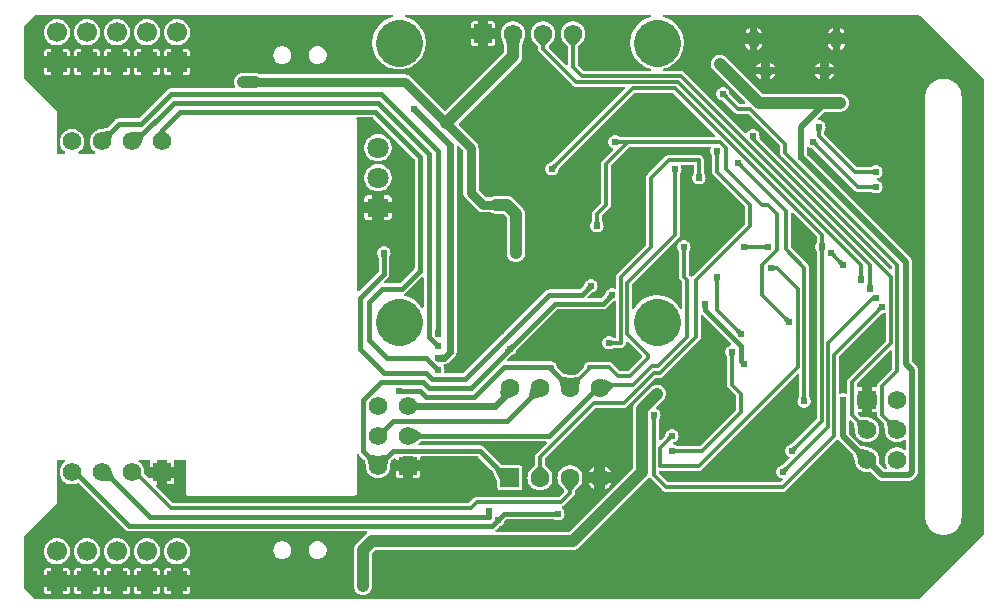
<source format=gbl>
G04 Layer: BottomLayer*
G04 EasyEDA v6.4.25, 2021-12-03T12:42:08+01:00*
G04 2d58df8d6caf48aab7ee05f2cd6f65b2,9c416354eb984020824aaf9c885bead6,10*
G04 Gerber Generator version 0.2*
G04 Scale: 100 percent, Rotated: No, Reflected: No *
G04 Dimensions in inches *
G04 leading zeros omitted , absolute positions ,3 integer and 6 decimal *
%FSLAX36Y36*%
%MOIN*%

%ADD11C,0.0120*%
%ADD12C,0.0200*%
%ADD13C,0.0400*%
%ADD14C,0.0157*%
%ADD15C,0.0150*%
%ADD16C,0.0300*%
%ADD17C,0.0236*%
%ADD21C,0.0240*%
%ADD49R,0.0620X0.0620*%
%ADD50C,0.0620*%
%ADD52C,0.0669*%
%ADD54C,0.0630*%
%ADD55C,0.0709*%
%ADD56R,0.0709X0.0620*%
%ADD57C,0.0374*%
%ADD58C,0.0394*%
%ADD59C,0.1575*%

%LPD*%
G36*
X804200Y50880D02*
G01*
X802660Y51200D01*
X801380Y52060D01*
X800500Y53360D01*
X800200Y54880D01*
X800200Y619760D01*
X799880Y622320D01*
X799060Y624500D01*
X798259Y625660D01*
X797620Y627260D01*
X797700Y628980D01*
X798500Y630500D01*
X799860Y631560D01*
X801560Y631920D01*
X850860Y631920D01*
X852380Y631620D01*
X853680Y630760D01*
X990759Y493680D01*
X991620Y492380D01*
X991919Y490860D01*
X991919Y129140D01*
X991620Y127620D01*
X990759Y126320D01*
X943680Y79240D01*
X942380Y78380D01*
X940860Y78080D01*
X892760Y78080D01*
X891240Y78380D01*
X889940Y79240D01*
X889060Y80540D01*
X888760Y82080D01*
X889060Y83600D01*
X889940Y84900D01*
X902980Y97980D01*
X905040Y100700D01*
X906480Y103620D01*
X907380Y106760D01*
X907700Y110180D01*
X907700Y162399D01*
X907760Y163100D01*
X908500Y167240D01*
X910840Y172420D01*
X911840Y176140D01*
X912180Y180000D01*
X911840Y183860D01*
X910840Y187580D01*
X909220Y191100D01*
X907000Y194259D01*
X904260Y197000D01*
X901100Y199220D01*
X897580Y200840D01*
X893860Y201840D01*
X890000Y202180D01*
X886140Y201840D01*
X882420Y200840D01*
X878900Y199220D01*
X875740Y197000D01*
X873000Y194259D01*
X870780Y191100D01*
X869160Y187580D01*
X868160Y183860D01*
X867820Y180000D01*
X868160Y176140D01*
X869160Y172420D01*
X871500Y167240D01*
X872240Y163180D01*
X872300Y162480D01*
X872300Y118980D01*
X872000Y117460D01*
X871120Y116160D01*
X807020Y52060D01*
X805740Y51200D01*
G37*

%LPC*%
G36*
X890220Y288800D02*
G01*
X905200Y288800D01*
X907700Y289080D01*
X909840Y289840D01*
X911780Y291040D01*
X913379Y292660D01*
X914599Y294580D01*
X915360Y296740D01*
X915639Y299220D01*
X915639Y312000D01*
X890220Y312000D01*
G37*
G36*
X834800Y288800D02*
G01*
X849780Y288800D01*
X849780Y312000D01*
X824360Y312000D01*
X824360Y299220D01*
X824640Y296740D01*
X825400Y294580D01*
X826620Y292660D01*
X828220Y291040D01*
X830160Y289840D01*
X832300Y289080D01*
G37*
G36*
X824360Y348000D02*
G01*
X849780Y348000D01*
X849780Y371200D01*
X834800Y371200D01*
X832300Y370920D01*
X830160Y370160D01*
X828220Y368960D01*
X826620Y367340D01*
X825400Y365420D01*
X824640Y363260D01*
X824360Y360780D01*
G37*
G36*
X890220Y348000D02*
G01*
X915639Y348000D01*
X915639Y360780D01*
X915360Y363260D01*
X914599Y365420D01*
X913379Y367340D01*
X911780Y368960D01*
X909840Y370160D01*
X907700Y370920D01*
X905200Y371200D01*
X890220Y371200D01*
G37*
G36*
X870000Y384380D02*
G01*
X875720Y384739D01*
X881340Y385800D01*
X886800Y387580D01*
X891979Y390020D01*
X896820Y393080D01*
X901240Y396740D01*
X905160Y400920D01*
X908520Y405560D01*
X911280Y410580D01*
X913400Y415900D01*
X914820Y421460D01*
X915540Y427140D01*
X915540Y432860D01*
X914820Y438540D01*
X913400Y444099D01*
X911280Y449420D01*
X908520Y454440D01*
X905160Y459080D01*
X901240Y463260D01*
X896820Y466920D01*
X891979Y469980D01*
X886800Y472420D01*
X881340Y474200D01*
X875720Y475260D01*
X870000Y475620D01*
X864280Y475260D01*
X858660Y474200D01*
X853199Y472420D01*
X848020Y469980D01*
X843180Y466920D01*
X838760Y463260D01*
X834840Y459080D01*
X831480Y454440D01*
X828720Y449420D01*
X826600Y444099D01*
X825180Y438540D01*
X824460Y432860D01*
X824460Y427140D01*
X825180Y421460D01*
X826600Y415900D01*
X828720Y410580D01*
X831480Y405560D01*
X834840Y400920D01*
X838760Y396740D01*
X843180Y393080D01*
X848020Y390020D01*
X853199Y387580D01*
X858660Y385800D01*
X864280Y384739D01*
G37*
G36*
X870000Y484380D02*
G01*
X875720Y484739D01*
X881340Y485800D01*
X886800Y487580D01*
X891979Y490020D01*
X896820Y493080D01*
X901240Y496740D01*
X905160Y500920D01*
X908520Y505560D01*
X911280Y510580D01*
X913400Y515900D01*
X914820Y521460D01*
X915540Y527140D01*
X915540Y532860D01*
X914820Y538540D01*
X913400Y544100D01*
X911280Y549420D01*
X908520Y554440D01*
X905160Y559080D01*
X901240Y563260D01*
X896820Y566920D01*
X891979Y569980D01*
X886800Y572420D01*
X881340Y574200D01*
X875720Y575260D01*
X870000Y575620D01*
X864280Y575260D01*
X858660Y574200D01*
X853199Y572420D01*
X848020Y569980D01*
X843180Y566920D01*
X838760Y563260D01*
X834840Y559080D01*
X831480Y554440D01*
X828720Y549420D01*
X826600Y544100D01*
X825180Y538540D01*
X824460Y532860D01*
X824460Y527140D01*
X825180Y521460D01*
X826600Y515900D01*
X828720Y510580D01*
X831480Y505560D01*
X834840Y500920D01*
X838760Y496740D01*
X843180Y493080D01*
X848020Y490020D01*
X853199Y487580D01*
X858660Y485800D01*
X864280Y484739D01*
G37*

%LPD*%
G36*
X1017440Y-3439D02*
G01*
X1015840Y-2900D01*
X1014620Y-1739D01*
X1010980Y3600D01*
X1005720Y9920D01*
X999920Y15720D01*
X993600Y20980D01*
X986820Y25620D01*
X979640Y29620D01*
X972120Y32940D01*
X964340Y35540D01*
X959419Y36700D01*
X957960Y37360D01*
X956900Y38540D01*
X956360Y40039D01*
X956460Y41620D01*
X957180Y43060D01*
X958379Y44080D01*
X960200Y45100D01*
X962920Y47360D01*
X1015100Y99540D01*
X1016400Y100399D01*
X1017920Y100700D01*
X1019460Y100399D01*
X1020759Y99540D01*
X1021620Y98240D01*
X1021919Y96700D01*
X1021919Y520D01*
X1021580Y-1120D01*
X1020580Y-2480D01*
X1019100Y-3300D01*
G37*

%LPD*%
G36*
X1094800Y-222300D02*
G01*
X1093360Y-222040D01*
X1092120Y-221280D01*
X1091240Y-220120D01*
X1090820Y-218720D01*
X1090940Y-217260D01*
X1091840Y-213860D01*
X1092180Y-210000D01*
X1091840Y-206140D01*
X1090840Y-202420D01*
X1089220Y-198900D01*
X1088720Y-198220D01*
X1088080Y-196720D01*
X1088100Y-195080D01*
X1088760Y-193580D01*
X1089980Y-192480D01*
X1091520Y-191960D01*
X1093840Y-191660D01*
X1095700Y-191260D01*
X1097520Y-190680D01*
X1099300Y-189940D01*
X1101000Y-189060D01*
X1102620Y-188020D01*
X1104140Y-186860D01*
X1105620Y-185500D01*
X1125500Y-165620D01*
X1126860Y-164140D01*
X1128020Y-162620D01*
X1129060Y-161000D01*
X1129940Y-159300D01*
X1130680Y-157520D01*
X1131260Y-155700D01*
X1131680Y-153820D01*
X1131920Y-151920D01*
X1132020Y-149920D01*
X1132020Y532700D01*
X1132320Y534220D01*
X1133180Y535520D01*
X1134480Y536380D01*
X1136020Y536700D01*
X1137540Y536380D01*
X1138840Y535520D01*
X1153620Y520740D01*
X1154500Y519440D01*
X1154800Y517900D01*
X1154800Y380120D01*
X1155000Y376800D01*
X1155880Y372740D01*
X1156140Y371900D01*
X1157400Y368860D01*
X1157800Y368080D01*
X1160060Y364580D01*
X1162260Y362100D01*
X1202100Y322260D01*
X1204580Y320060D01*
X1208080Y317800D01*
X1208860Y317400D01*
X1211900Y316140D01*
X1212740Y315880D01*
X1216800Y315000D01*
X1220120Y314800D01*
X1246260Y314800D01*
X1247300Y314660D01*
X1248260Y314260D01*
X1250800Y312800D01*
X1255000Y311160D01*
X1259400Y310140D01*
X1264060Y309800D01*
X1285840Y309800D01*
X1287360Y309500D01*
X1288660Y308620D01*
X1298620Y298660D01*
X1299500Y297360D01*
X1299800Y295840D01*
X1299800Y179640D01*
X1300140Y175000D01*
X1301160Y170600D01*
X1302800Y166400D01*
X1305060Y162500D01*
X1307880Y158960D01*
X1311180Y155900D01*
X1314900Y153360D01*
X1318980Y151400D01*
X1323280Y150060D01*
X1327740Y149400D01*
X1332260Y149400D01*
X1336720Y150060D01*
X1341020Y151400D01*
X1345100Y153360D01*
X1348820Y155900D01*
X1352120Y158960D01*
X1354940Y162500D01*
X1357200Y166400D01*
X1358839Y170600D01*
X1359860Y175000D01*
X1360200Y179640D01*
X1360180Y311060D01*
X1359840Y314580D01*
X1359680Y315540D01*
X1358839Y318980D01*
X1357180Y323160D01*
X1356740Y324040D01*
X1354900Y327080D01*
X1354340Y327879D01*
X1352080Y330600D01*
X1320600Y362080D01*
X1317880Y364340D01*
X1317080Y364900D01*
X1314040Y366740D01*
X1313160Y367180D01*
X1308980Y368840D01*
X1305540Y369680D01*
X1304580Y369840D01*
X1301060Y370180D01*
X1264060Y370200D01*
X1259400Y369860D01*
X1255000Y368840D01*
X1250800Y367200D01*
X1248260Y365740D01*
X1247300Y365340D01*
X1246260Y365200D01*
X1232100Y365200D01*
X1230560Y365500D01*
X1229260Y366380D01*
X1206380Y389260D01*
X1205500Y390560D01*
X1205200Y392100D01*
X1205200Y529880D01*
X1205000Y533200D01*
X1204120Y537260D01*
X1203860Y538100D01*
X1202600Y541140D01*
X1202200Y541920D01*
X1199940Y545420D01*
X1197740Y547900D01*
X1139720Y605920D01*
X1138860Y607220D01*
X1138560Y608740D01*
X1138860Y610280D01*
X1139720Y611580D01*
X1342080Y813960D01*
X1344340Y816680D01*
X1344900Y817480D01*
X1346740Y820520D01*
X1347180Y821400D01*
X1348839Y825580D01*
X1349680Y829020D01*
X1349840Y829980D01*
X1350180Y833500D01*
X1350200Y866740D01*
X1352800Y884419D01*
X1353440Y886060D01*
X1355680Y889400D01*
X1358060Y894240D01*
X1359780Y899340D01*
X1360840Y904620D01*
X1361200Y910000D01*
X1360840Y915380D01*
X1359780Y920660D01*
X1358060Y925759D01*
X1355680Y930600D01*
X1352680Y935080D01*
X1349120Y939120D01*
X1345080Y942680D01*
X1340600Y945680D01*
X1335760Y948060D01*
X1330660Y949780D01*
X1325380Y950840D01*
X1320000Y951200D01*
X1314620Y950840D01*
X1309340Y949780D01*
X1304240Y948060D01*
X1299400Y945680D01*
X1294920Y942680D01*
X1290880Y939120D01*
X1287320Y935080D01*
X1284319Y930600D01*
X1281940Y925759D01*
X1280220Y920660D01*
X1279160Y915380D01*
X1278800Y910000D01*
X1279160Y904620D01*
X1280220Y899340D01*
X1281940Y894240D01*
X1284319Y889400D01*
X1286560Y886060D01*
X1287200Y884419D01*
X1289800Y866740D01*
X1289800Y848720D01*
X1289500Y847200D01*
X1288620Y845900D01*
X1097020Y654280D01*
X1095720Y653420D01*
X1094180Y653120D01*
X1092660Y653420D01*
X1091360Y654280D01*
X977900Y767740D01*
X975420Y769940D01*
X971919Y772200D01*
X971140Y772600D01*
X968100Y773860D01*
X967260Y774120D01*
X963199Y775000D01*
X959880Y775200D01*
X476980Y775200D01*
X475940Y775340D01*
X474980Y775740D01*
X472939Y776919D01*
X468780Y778540D01*
X464420Y779539D01*
X459820Y779880D01*
X420140Y779880D01*
X415540Y779539D01*
X411200Y778540D01*
X407040Y776919D01*
X403180Y774680D01*
X399680Y771900D01*
X396640Y768620D01*
X394120Y764940D01*
X392200Y760920D01*
X390880Y756640D01*
X390200Y752240D01*
X390200Y747760D01*
X390880Y743360D01*
X392200Y739080D01*
X394120Y735060D01*
X394640Y734320D01*
X395280Y732720D01*
X395180Y731000D01*
X394380Y729479D01*
X393000Y728439D01*
X391320Y728080D01*
X179300Y728060D01*
X175859Y727580D01*
X172700Y726520D01*
X169800Y724900D01*
X167079Y722640D01*
X73680Y629240D01*
X72380Y628380D01*
X70860Y628080D01*
X5580Y628080D01*
X4180Y628020D01*
X2140Y627760D01*
X900Y627480D01*
X-1060Y626840D01*
X-2240Y626320D01*
X-4040Y625340D01*
X-5100Y624620D01*
X-6700Y623340D01*
X-7700Y622360D01*
X-31100Y597560D01*
X-32060Y596800D01*
X-33220Y596380D01*
X-54420Y592140D01*
X-55380Y592040D01*
X-60660Y590980D01*
X-65760Y589260D01*
X-70600Y586880D01*
X-75080Y583880D01*
X-79120Y580320D01*
X-82680Y576280D01*
X-85680Y571800D01*
X-88059Y566960D01*
X-89780Y561860D01*
X-90840Y556580D01*
X-91199Y551200D01*
X-90840Y545820D01*
X-89780Y540540D01*
X-88059Y535440D01*
X-85680Y530600D01*
X-82680Y526120D01*
X-79120Y522080D01*
X-75080Y518519D01*
X-73580Y517520D01*
X-72420Y516320D01*
X-71840Y514720D01*
X-71980Y513040D01*
X-72800Y511560D01*
X-74160Y510560D01*
X-75800Y510200D01*
X-124200Y510200D01*
X-125840Y510560D01*
X-127200Y511560D01*
X-128020Y513040D01*
X-128160Y514720D01*
X-127579Y516320D01*
X-126420Y517520D01*
X-124920Y518519D01*
X-120879Y522080D01*
X-117320Y526120D01*
X-114320Y530600D01*
X-111940Y535440D01*
X-110220Y540540D01*
X-109160Y545820D01*
X-108800Y551200D01*
X-109160Y556580D01*
X-110220Y561860D01*
X-111940Y566960D01*
X-114320Y571800D01*
X-117320Y576280D01*
X-120879Y580320D01*
X-124920Y583880D01*
X-129400Y586880D01*
X-134240Y589260D01*
X-139340Y590980D01*
X-144620Y592040D01*
X-150000Y592400D01*
X-155380Y592040D01*
X-160660Y590980D01*
X-165760Y589260D01*
X-170600Y586880D01*
X-175080Y583880D01*
X-179120Y580320D01*
X-182680Y576280D01*
X-185680Y571800D01*
X-188060Y566960D01*
X-189780Y561860D01*
X-190840Y556580D01*
X-191200Y551200D01*
X-190840Y545820D01*
X-189780Y540540D01*
X-188060Y535440D01*
X-185680Y530600D01*
X-182680Y526120D01*
X-179120Y522080D01*
X-175080Y518519D01*
X-173580Y517520D01*
X-172420Y516320D01*
X-171840Y514720D01*
X-171980Y513040D01*
X-172800Y511560D01*
X-174160Y510560D01*
X-175799Y510200D01*
X-195799Y510200D01*
X-197340Y510500D01*
X-198619Y511380D01*
X-199500Y512660D01*
X-199800Y514200D01*
X-199800Y649840D01*
X-199920Y651340D01*
X-200720Y654120D01*
X-201800Y656040D01*
X-202900Y657320D01*
X-308620Y763060D01*
X-309500Y764360D01*
X-309800Y765879D01*
X-309800Y934020D01*
X-309500Y935540D01*
X-308620Y936840D01*
X-272600Y972880D01*
X-271300Y973740D01*
X-269760Y974060D01*
X917380Y974060D01*
X918980Y973720D01*
X920320Y972740D01*
X921160Y971320D01*
X921360Y969680D01*
X920860Y968100D01*
X919780Y966860D01*
X918280Y966160D01*
X915660Y965540D01*
X907880Y962940D01*
X900360Y959620D01*
X893180Y955620D01*
X886400Y950980D01*
X880080Y945720D01*
X874280Y939920D01*
X869020Y933600D01*
X864380Y926820D01*
X860380Y919640D01*
X857060Y912120D01*
X854460Y904340D01*
X852580Y896340D01*
X851440Y888199D01*
X851060Y880000D01*
X851440Y871800D01*
X852580Y863660D01*
X854460Y855660D01*
X857060Y847880D01*
X860380Y840360D01*
X864380Y833180D01*
X869020Y826400D01*
X874280Y820080D01*
X880080Y814280D01*
X886400Y809020D01*
X893180Y804380D01*
X900360Y800380D01*
X907880Y797060D01*
X915660Y794460D01*
X923660Y792580D01*
X931800Y791440D01*
X940000Y791060D01*
X948199Y791440D01*
X956340Y792580D01*
X964340Y794460D01*
X972120Y797060D01*
X979640Y800380D01*
X986820Y804380D01*
X993600Y809020D01*
X999920Y814280D01*
X1005720Y820080D01*
X1010980Y826400D01*
X1015620Y833180D01*
X1019620Y840360D01*
X1022940Y847880D01*
X1025540Y855660D01*
X1027420Y863660D01*
X1028560Y871800D01*
X1028940Y880000D01*
X1028560Y888199D01*
X1027420Y896340D01*
X1025540Y904340D01*
X1022940Y912120D01*
X1019620Y919640D01*
X1015620Y926820D01*
X1010980Y933600D01*
X1005720Y939920D01*
X999920Y945720D01*
X993600Y950980D01*
X986820Y955620D01*
X979640Y959620D01*
X972120Y962940D01*
X964340Y965540D01*
X961720Y966160D01*
X960220Y966860D01*
X959140Y968100D01*
X958640Y969680D01*
X958840Y971320D01*
X959680Y972740D01*
X961020Y973720D01*
X962620Y974060D01*
X1777380Y974060D01*
X1778980Y973720D01*
X1780320Y972740D01*
X1781160Y971320D01*
X1781360Y969680D01*
X1780860Y968100D01*
X1779780Y966860D01*
X1778280Y966160D01*
X1775660Y965540D01*
X1767880Y962940D01*
X1760360Y959620D01*
X1753180Y955620D01*
X1746399Y950980D01*
X1740080Y945720D01*
X1734280Y939920D01*
X1729019Y933600D01*
X1724379Y926820D01*
X1720380Y919640D01*
X1717060Y912120D01*
X1714460Y904340D01*
X1712580Y896340D01*
X1711440Y888199D01*
X1711060Y880000D01*
X1711440Y871800D01*
X1712580Y863660D01*
X1714460Y855660D01*
X1717060Y847880D01*
X1720380Y840360D01*
X1724379Y833180D01*
X1729019Y826400D01*
X1734280Y820080D01*
X1740080Y814280D01*
X1746399Y809020D01*
X1753180Y804380D01*
X1760360Y800380D01*
X1767880Y797060D01*
X1775660Y794460D01*
X1777220Y794100D01*
X1778720Y793400D01*
X1779800Y792140D01*
X1780280Y790560D01*
X1780100Y788920D01*
X1779259Y787500D01*
X1777920Y786540D01*
X1776300Y786200D01*
X1558360Y786200D01*
X1556840Y786500D01*
X1555540Y787380D01*
X1537380Y805540D01*
X1536500Y806840D01*
X1536200Y808360D01*
X1536200Y862840D01*
X1536420Y864160D01*
X1537060Y865320D01*
X1552640Y884860D01*
X1555680Y889400D01*
X1558060Y894240D01*
X1559780Y899340D01*
X1560840Y904620D01*
X1561200Y910000D01*
X1560840Y915380D01*
X1559780Y920660D01*
X1558060Y925759D01*
X1555680Y930600D01*
X1552680Y935080D01*
X1549120Y939120D01*
X1545080Y942680D01*
X1540600Y945680D01*
X1535760Y948060D01*
X1530660Y949780D01*
X1525380Y950840D01*
X1520000Y951200D01*
X1514620Y950840D01*
X1509340Y949780D01*
X1504240Y948060D01*
X1499400Y945680D01*
X1494920Y942680D01*
X1490880Y939120D01*
X1487320Y935080D01*
X1484319Y930600D01*
X1481940Y925759D01*
X1480220Y920660D01*
X1479160Y915380D01*
X1478800Y910000D01*
X1479160Y904620D01*
X1480220Y899340D01*
X1481940Y894240D01*
X1484319Y889400D01*
X1487360Y884860D01*
X1502940Y865320D01*
X1503580Y864160D01*
X1503800Y862840D01*
X1503800Y808760D01*
X1503500Y807240D01*
X1502620Y805939D01*
X1501339Y805080D01*
X1499800Y804760D01*
X1498260Y805080D01*
X1496980Y805939D01*
X1439820Y863100D01*
X1439000Y864280D01*
X1438660Y865699D01*
X1438839Y867120D01*
X1439520Y868400D01*
X1452640Y884860D01*
X1455680Y889400D01*
X1458060Y894240D01*
X1459780Y899340D01*
X1460840Y904620D01*
X1461200Y910000D01*
X1460840Y915380D01*
X1459780Y920660D01*
X1458060Y925759D01*
X1455680Y930600D01*
X1452680Y935080D01*
X1449120Y939120D01*
X1445080Y942680D01*
X1440600Y945680D01*
X1435760Y948060D01*
X1430660Y949780D01*
X1425380Y950840D01*
X1420000Y951200D01*
X1414620Y950840D01*
X1409340Y949780D01*
X1404240Y948060D01*
X1399400Y945680D01*
X1394920Y942680D01*
X1390880Y939120D01*
X1387320Y935080D01*
X1384319Y930600D01*
X1381940Y925759D01*
X1380220Y920660D01*
X1379160Y915380D01*
X1378800Y910000D01*
X1379160Y904620D01*
X1380220Y899340D01*
X1381940Y894240D01*
X1384319Y889400D01*
X1387360Y884860D01*
X1402940Y865320D01*
X1403580Y864160D01*
X1403800Y862840D01*
X1403800Y860200D01*
X1404139Y856840D01*
X1405060Y853800D01*
X1406540Y851020D01*
X1408680Y848400D01*
X1518400Y738680D01*
X1521020Y736540D01*
X1523800Y735060D01*
X1526840Y734140D01*
X1530200Y733800D01*
X1691240Y733800D01*
X1692760Y733500D01*
X1694060Y732620D01*
X1694920Y731340D01*
X1695240Y729800D01*
X1694920Y728259D01*
X1694060Y726979D01*
X1451840Y484739D01*
X1450720Y483960D01*
X1446060Y481820D01*
X1442420Y480840D01*
X1438899Y479219D01*
X1435740Y477000D01*
X1433000Y474260D01*
X1430780Y471100D01*
X1429160Y467580D01*
X1428160Y463860D01*
X1427820Y460000D01*
X1428160Y456140D01*
X1429160Y452420D01*
X1430780Y448900D01*
X1433000Y445740D01*
X1435740Y443000D01*
X1438899Y440780D01*
X1442420Y439159D01*
X1446140Y438160D01*
X1450000Y437819D01*
X1453860Y438160D01*
X1457580Y439159D01*
X1461100Y440780D01*
X1464259Y443000D01*
X1467000Y445740D01*
X1469220Y448900D01*
X1470840Y452420D01*
X1471819Y456060D01*
X1473959Y460720D01*
X1474740Y461840D01*
X1725540Y712620D01*
X1726840Y713500D01*
X1728360Y713800D01*
X1851639Y713800D01*
X1853160Y713500D01*
X1854460Y712620D01*
X1994060Y573020D01*
X1994920Y571740D01*
X1995240Y570200D01*
X1994920Y568660D01*
X1994060Y567380D01*
X1992760Y566500D01*
X1991240Y566200D01*
X1678800Y566200D01*
X1677460Y566440D01*
X1673080Y568000D01*
X1671100Y569220D01*
X1667580Y570840D01*
X1663860Y571840D01*
X1660000Y572180D01*
X1656140Y571840D01*
X1652420Y570840D01*
X1648899Y569220D01*
X1645740Y567000D01*
X1643000Y564260D01*
X1640780Y561100D01*
X1639160Y557580D01*
X1638160Y553860D01*
X1637820Y550000D01*
X1638160Y546140D01*
X1639160Y542420D01*
X1640780Y538900D01*
X1643000Y535740D01*
X1645740Y533000D01*
X1648899Y530780D01*
X1652020Y529340D01*
X1653260Y528440D01*
X1654079Y527140D01*
X1654340Y525640D01*
X1654019Y524140D01*
X1653160Y522879D01*
X1618680Y488400D01*
X1616540Y485780D01*
X1615060Y483000D01*
X1614139Y479960D01*
X1613800Y476599D01*
X1613800Y348360D01*
X1613500Y346840D01*
X1612620Y345540D01*
X1588680Y321599D01*
X1586540Y318980D01*
X1585060Y316200D01*
X1584139Y313160D01*
X1583800Y309800D01*
X1583800Y288800D01*
X1583560Y287460D01*
X1582000Y283080D01*
X1580780Y281100D01*
X1579160Y277580D01*
X1578160Y273860D01*
X1577820Y270000D01*
X1578160Y266140D01*
X1579160Y262420D01*
X1580780Y258900D01*
X1583000Y255740D01*
X1585740Y253000D01*
X1588899Y250780D01*
X1592420Y249160D01*
X1596140Y248160D01*
X1600000Y247820D01*
X1603860Y248160D01*
X1607580Y249160D01*
X1611100Y250780D01*
X1614259Y253000D01*
X1617000Y255740D01*
X1619220Y258900D01*
X1620840Y262420D01*
X1621840Y266140D01*
X1622180Y270000D01*
X1621840Y273860D01*
X1620840Y277580D01*
X1619220Y281100D01*
X1618000Y283080D01*
X1616440Y287460D01*
X1616200Y288800D01*
X1616200Y301640D01*
X1616500Y303160D01*
X1617380Y304460D01*
X1641320Y328400D01*
X1643460Y331019D01*
X1644940Y333800D01*
X1645860Y336840D01*
X1646200Y340200D01*
X1646200Y468440D01*
X1646500Y469960D01*
X1647380Y471260D01*
X1708740Y532620D01*
X1710040Y533500D01*
X1711560Y533800D01*
X1975780Y533800D01*
X1977340Y533480D01*
X1978640Y532580D01*
X1979500Y531240D01*
X1979760Y529660D01*
X1978160Y523860D01*
X1977820Y520000D01*
X1978160Y516140D01*
X1979160Y512420D01*
X1980780Y508900D01*
X1982000Y506920D01*
X1983560Y502540D01*
X1983800Y501200D01*
X1983800Y450200D01*
X1984139Y446840D01*
X1985060Y443800D01*
X1986540Y441019D01*
X1988680Y438400D01*
X2092620Y334460D01*
X2093500Y333160D01*
X2093800Y331640D01*
X2093800Y278360D01*
X2093500Y276840D01*
X2092620Y275540D01*
X1918680Y101600D01*
X1918100Y100879D01*
X1916720Y99800D01*
X1915000Y99420D01*
X1913280Y99800D01*
X1911900Y100879D01*
X1911320Y101600D01*
X1907380Y105540D01*
X1906500Y106840D01*
X1906200Y108360D01*
X1906200Y183340D01*
X1906380Y184540D01*
X1906920Y185640D01*
X1909220Y188900D01*
X1910840Y192420D01*
X1911840Y196140D01*
X1912180Y200000D01*
X1911840Y203860D01*
X1910840Y207580D01*
X1909220Y211100D01*
X1907000Y214259D01*
X1904259Y217000D01*
X1901100Y219220D01*
X1897580Y220840D01*
X1893860Y221840D01*
X1890000Y222180D01*
X1886140Y221840D01*
X1882420Y220840D01*
X1878899Y219220D01*
X1875740Y217000D01*
X1873000Y214259D01*
X1870780Y211100D01*
X1869160Y207580D01*
X1868160Y203860D01*
X1867820Y200000D01*
X1868160Y196140D01*
X1869160Y192420D01*
X1870780Y188900D01*
X1873080Y185640D01*
X1873620Y184540D01*
X1873800Y183340D01*
X1873800Y100200D01*
X1874139Y96840D01*
X1875060Y93800D01*
X1876540Y91020D01*
X1878680Y88400D01*
X1882620Y84460D01*
X1883500Y83160D01*
X1883800Y81640D01*
X1883800Y-2480D01*
X1883420Y-4180D01*
X1882360Y-5560D01*
X1880800Y-6340D01*
X1879060Y-6400D01*
X1877460Y-5719D01*
X1876300Y-4420D01*
X1875620Y-3180D01*
X1870980Y3600D01*
X1865720Y9920D01*
X1859920Y15720D01*
X1853600Y20980D01*
X1846819Y25620D01*
X1839640Y29620D01*
X1832120Y32940D01*
X1824340Y35540D01*
X1816339Y37420D01*
X1808200Y38560D01*
X1800000Y38940D01*
X1791800Y38560D01*
X1783660Y37420D01*
X1775660Y35540D01*
X1767880Y32940D01*
X1760360Y29620D01*
X1753180Y25620D01*
X1746399Y20980D01*
X1740080Y15720D01*
X1734280Y9920D01*
X1729019Y3600D01*
X1724379Y-3180D01*
X1723700Y-4420D01*
X1722540Y-5719D01*
X1720940Y-6400D01*
X1719199Y-6340D01*
X1717640Y-5560D01*
X1716579Y-4180D01*
X1716200Y-2480D01*
X1716200Y71640D01*
X1716500Y73160D01*
X1717380Y74460D01*
X1871320Y228400D01*
X1873460Y231020D01*
X1874940Y233800D01*
X1875860Y236840D01*
X1876200Y240200D01*
X1876200Y443340D01*
X1876380Y444540D01*
X1876920Y445640D01*
X1879220Y448900D01*
X1880840Y452420D01*
X1881840Y456140D01*
X1882180Y460000D01*
X1881840Y463860D01*
X1880240Y469660D01*
X1880500Y471240D01*
X1881360Y472580D01*
X1882660Y473480D01*
X1884220Y473800D01*
X1919800Y473800D01*
X1921339Y473500D01*
X1922620Y472620D01*
X1923500Y471340D01*
X1923800Y469799D01*
X1923800Y448800D01*
X1923560Y447460D01*
X1922000Y443080D01*
X1920780Y441100D01*
X1919160Y437580D01*
X1918160Y433860D01*
X1917820Y430000D01*
X1918160Y426140D01*
X1919160Y422420D01*
X1920780Y418900D01*
X1923000Y415740D01*
X1925740Y413000D01*
X1928899Y410780D01*
X1932420Y409159D01*
X1936140Y408160D01*
X1940000Y407819D01*
X1943860Y408160D01*
X1947580Y409159D01*
X1951100Y410780D01*
X1954259Y413000D01*
X1957000Y415740D01*
X1959220Y418900D01*
X1960840Y422420D01*
X1961840Y426140D01*
X1962180Y430000D01*
X1961840Y433860D01*
X1960840Y437580D01*
X1959220Y441100D01*
X1958000Y443080D01*
X1956440Y447460D01*
X1956200Y448800D01*
X1956200Y489799D01*
X1955860Y493160D01*
X1954940Y496200D01*
X1953460Y498980D01*
X1951440Y501440D01*
X1948980Y503459D01*
X1946200Y504940D01*
X1943160Y505860D01*
X1939800Y506200D01*
X1840200Y506200D01*
X1836840Y505860D01*
X1833800Y504940D01*
X1831020Y503459D01*
X1828400Y501320D01*
X1768680Y441599D01*
X1766540Y438980D01*
X1765060Y436200D01*
X1764139Y433160D01*
X1763800Y429799D01*
X1763800Y208359D01*
X1763500Y206840D01*
X1762620Y205539D01*
X1668680Y111600D01*
X1666540Y108980D01*
X1665060Y106199D01*
X1664139Y103160D01*
X1663800Y99800D01*
X1663800Y64220D01*
X1663480Y62660D01*
X1662580Y61360D01*
X1661240Y60500D01*
X1659660Y60240D01*
X1653860Y61840D01*
X1650000Y62180D01*
X1646140Y61840D01*
X1642420Y60839D01*
X1638899Y59220D01*
X1635740Y57000D01*
X1633000Y54260D01*
X1630780Y51100D01*
X1629160Y47580D01*
X1628580Y45439D01*
X1628000Y44200D01*
X1625560Y40679D01*
X1625100Y40119D01*
X1613839Y28880D01*
X1612540Y28000D01*
X1611020Y27700D01*
X1572380Y27700D01*
X1570860Y28000D01*
X1569560Y28880D01*
X1568700Y30160D01*
X1568380Y31700D01*
X1568700Y33240D01*
X1569560Y34520D01*
X1580080Y45039D01*
X1580620Y45500D01*
X1584220Y48000D01*
X1585460Y48580D01*
X1587580Y49160D01*
X1591100Y50780D01*
X1594259Y53000D01*
X1597000Y55740D01*
X1599220Y58900D01*
X1600840Y62420D01*
X1601840Y66140D01*
X1602180Y70000D01*
X1601840Y73860D01*
X1600840Y77580D01*
X1599220Y81100D01*
X1597000Y84260D01*
X1594259Y87000D01*
X1591100Y89220D01*
X1587580Y90840D01*
X1583860Y91840D01*
X1580000Y92180D01*
X1576140Y91840D01*
X1572420Y90840D01*
X1568899Y89220D01*
X1565740Y87000D01*
X1563000Y84260D01*
X1560780Y81100D01*
X1559160Y77580D01*
X1558580Y75440D01*
X1558000Y74200D01*
X1555560Y70680D01*
X1555100Y70120D01*
X1543839Y58880D01*
X1542540Y58000D01*
X1541020Y57699D01*
X1439319Y57680D01*
X1435960Y57220D01*
X1432860Y56180D01*
X1430000Y54580D01*
X1427360Y52380D01*
X1153840Y-221119D01*
X1152540Y-222000D01*
X1151020Y-222300D01*
G37*

%LPC*%
G36*
X-33240Y771340D02*
G01*
X-19240Y771340D01*
X-19240Y795759D01*
X-43660Y795759D01*
X-43660Y781760D01*
X-43380Y779280D01*
X-42640Y777120D01*
X-41420Y775200D01*
X-39800Y773580D01*
X-37880Y772360D01*
X-35720Y771620D01*
G37*
G36*
X66760Y771340D02*
G01*
X80760Y771340D01*
X80760Y795759D01*
X56340Y795759D01*
X56340Y781760D01*
X56620Y779280D01*
X57360Y777120D01*
X58580Y775200D01*
X60199Y773580D01*
X62120Y772360D01*
X64280Y771620D01*
G37*
G36*
X-80760Y771340D02*
G01*
X-66760Y771340D01*
X-64280Y771620D01*
X-62120Y772360D01*
X-60199Y773580D01*
X-58580Y775200D01*
X-57360Y777120D01*
X-56620Y779280D01*
X-56340Y781760D01*
X-56340Y795759D01*
X-80760Y795759D01*
G37*
G36*
X19240Y771340D02*
G01*
X33240Y771340D01*
X35720Y771620D01*
X37880Y772360D01*
X39800Y773580D01*
X41420Y775200D01*
X42640Y777120D01*
X43380Y779280D01*
X43660Y781760D01*
X43660Y795759D01*
X19240Y795759D01*
G37*
G36*
X119240Y771340D02*
G01*
X133240Y771340D01*
X135720Y771620D01*
X137880Y772360D01*
X139800Y773580D01*
X141420Y775200D01*
X142640Y777120D01*
X143380Y779280D01*
X143660Y781760D01*
X143660Y795759D01*
X119240Y795759D01*
G37*
G36*
X-133240Y771340D02*
G01*
X-119240Y771340D01*
X-119240Y795759D01*
X-143660Y795759D01*
X-143660Y781760D01*
X-143380Y779280D01*
X-142640Y777120D01*
X-141420Y775200D01*
X-139800Y773580D01*
X-137880Y772360D01*
X-135720Y771620D01*
G37*
G36*
X166759Y771340D02*
G01*
X180760Y771340D01*
X180760Y795759D01*
X156340Y795759D01*
X156340Y781760D01*
X156620Y779280D01*
X157360Y777120D01*
X158580Y775200D01*
X160200Y773580D01*
X162120Y772360D01*
X164280Y771620D01*
G37*
G36*
X-180760Y771340D02*
G01*
X-166759Y771340D01*
X-164280Y771620D01*
X-162120Y772360D01*
X-160200Y773580D01*
X-158580Y775200D01*
X-157360Y777120D01*
X-156620Y779280D01*
X-156340Y781760D01*
X-156340Y795759D01*
X-180760Y795759D01*
G37*
G36*
X-233240Y771340D02*
G01*
X-219240Y771340D01*
X-219240Y795759D01*
X-243660Y795759D01*
X-243660Y781760D01*
X-243380Y779280D01*
X-242640Y777120D01*
X-241420Y775200D01*
X-239800Y773580D01*
X-237880Y772360D01*
X-235720Y771620D01*
G37*
G36*
X219240Y771340D02*
G01*
X233240Y771340D01*
X235720Y771620D01*
X237880Y772360D01*
X239800Y773580D01*
X241420Y775200D01*
X242640Y777120D01*
X243380Y779280D01*
X243660Y781760D01*
X243660Y795759D01*
X219240Y795759D01*
G37*
G36*
X552100Y809340D02*
G01*
X556640Y809860D01*
X561040Y811080D01*
X565220Y812940D01*
X569060Y815440D01*
X572480Y818480D01*
X575380Y822000D01*
X577720Y825939D01*
X579440Y830180D01*
X580480Y834620D01*
X580820Y839180D01*
X580480Y843760D01*
X579440Y848199D01*
X577720Y852440D01*
X575380Y856380D01*
X572480Y859900D01*
X569060Y862940D01*
X565220Y865440D01*
X561040Y867300D01*
X556640Y868520D01*
X552100Y869040D01*
X547520Y868860D01*
X543040Y868000D01*
X538720Y866440D01*
X534720Y864260D01*
X531080Y861500D01*
X527900Y858199D01*
X525280Y854460D01*
X523240Y850360D01*
X521860Y846000D01*
X521160Y841480D01*
X521160Y836900D01*
X521860Y832380D01*
X523240Y828020D01*
X525280Y823920D01*
X527900Y820180D01*
X531080Y816880D01*
X534720Y814120D01*
X538720Y811940D01*
X543040Y810380D01*
X547520Y809520D01*
G37*
G36*
X670200Y809340D02*
G01*
X674740Y809860D01*
X679160Y811080D01*
X683340Y812940D01*
X687159Y815440D01*
X690580Y818480D01*
X693500Y822000D01*
X695840Y825939D01*
X697540Y830180D01*
X698580Y834620D01*
X698940Y839180D01*
X698580Y843760D01*
X697540Y848199D01*
X695840Y852440D01*
X693500Y856380D01*
X690580Y859900D01*
X687159Y862940D01*
X683340Y865440D01*
X679160Y867300D01*
X674740Y868520D01*
X670200Y869040D01*
X665639Y868860D01*
X661140Y868000D01*
X656840Y866440D01*
X652820Y864260D01*
X649180Y861500D01*
X646020Y858199D01*
X643379Y854460D01*
X641360Y850360D01*
X639980Y846000D01*
X639280Y841480D01*
X639280Y836900D01*
X639980Y832380D01*
X641360Y828020D01*
X643379Y823920D01*
X646020Y820180D01*
X649180Y816880D01*
X652820Y814120D01*
X656840Y811940D01*
X661140Y810380D01*
X665639Y809520D01*
G37*
G36*
X-80760Y834240D02*
G01*
X-56340Y834240D01*
X-56340Y848240D01*
X-56620Y850720D01*
X-57360Y852880D01*
X-58580Y854800D01*
X-60199Y856420D01*
X-62120Y857640D01*
X-64280Y858379D01*
X-66760Y858660D01*
X-80760Y858660D01*
G37*
G36*
X119240Y834240D02*
G01*
X143660Y834240D01*
X143660Y848240D01*
X143380Y850720D01*
X142640Y852880D01*
X141420Y854800D01*
X139800Y856420D01*
X137880Y857640D01*
X135720Y858379D01*
X133240Y858660D01*
X119240Y858660D01*
G37*
G36*
X-143660Y834240D02*
G01*
X-119240Y834240D01*
X-119240Y858660D01*
X-133240Y858660D01*
X-135720Y858379D01*
X-137880Y857640D01*
X-139800Y856420D01*
X-141420Y854800D01*
X-142640Y852880D01*
X-143380Y850720D01*
X-143660Y848240D01*
G37*
G36*
X156340Y834240D02*
G01*
X180760Y834240D01*
X180760Y858660D01*
X166759Y858660D01*
X164280Y858379D01*
X162120Y857640D01*
X160200Y856420D01*
X158580Y854800D01*
X157360Y852880D01*
X156620Y850720D01*
X156340Y848240D01*
G37*
G36*
X56340Y834240D02*
G01*
X80760Y834240D01*
X80760Y858660D01*
X66760Y858660D01*
X64280Y858379D01*
X62120Y857640D01*
X60199Y856420D01*
X58580Y854800D01*
X57360Y852880D01*
X56620Y850720D01*
X56340Y848240D01*
G37*
G36*
X-43660Y834240D02*
G01*
X-19240Y834240D01*
X-19240Y858660D01*
X-33240Y858660D01*
X-35720Y858379D01*
X-37880Y857640D01*
X-39800Y856420D01*
X-41420Y854800D01*
X-42640Y852880D01*
X-43380Y850720D01*
X-43660Y848240D01*
G37*
G36*
X-180760Y834240D02*
G01*
X-156340Y834240D01*
X-156340Y848240D01*
X-156620Y850720D01*
X-157360Y852880D01*
X-158580Y854800D01*
X-160200Y856420D01*
X-162120Y857640D01*
X-164280Y858379D01*
X-166759Y858660D01*
X-180760Y858660D01*
G37*
G36*
X219240Y834240D02*
G01*
X243660Y834240D01*
X243660Y848240D01*
X243380Y850720D01*
X242640Y852880D01*
X241420Y854800D01*
X239800Y856420D01*
X237880Y857640D01*
X235720Y858379D01*
X233240Y858660D01*
X219240Y858660D01*
G37*
G36*
X19240Y834240D02*
G01*
X43660Y834240D01*
X43660Y848240D01*
X43380Y850720D01*
X42640Y852880D01*
X41420Y854800D01*
X39800Y856420D01*
X37880Y857640D01*
X35720Y858379D01*
X33240Y858660D01*
X19240Y858660D01*
G37*
G36*
X-243660Y834240D02*
G01*
X-219240Y834240D01*
X-219240Y858660D01*
X-233240Y858660D01*
X-235720Y858379D01*
X-237880Y857640D01*
X-239800Y856420D01*
X-241420Y854800D01*
X-242640Y852880D01*
X-243380Y850720D01*
X-243660Y848240D01*
G37*
G36*
X1238000Y868800D02*
G01*
X1250780Y868800D01*
X1253260Y869080D01*
X1255420Y869840D01*
X1257340Y871040D01*
X1258960Y872660D01*
X1260160Y874580D01*
X1260920Y876740D01*
X1261200Y879220D01*
X1261200Y892000D01*
X1238000Y892000D01*
G37*
G36*
X1189220Y868800D02*
G01*
X1202000Y868800D01*
X1202000Y892000D01*
X1178800Y892000D01*
X1178800Y879220D01*
X1179080Y876740D01*
X1179840Y874580D01*
X1181040Y872660D01*
X1182660Y871040D01*
X1184580Y869840D01*
X1186740Y869080D01*
G37*
G36*
X101400Y871360D02*
G01*
X106960Y871900D01*
X112420Y873139D01*
X117680Y875080D01*
X122640Y877660D01*
X127220Y880860D01*
X131360Y884620D01*
X134980Y888880D01*
X138040Y893580D01*
X140460Y898620D01*
X142220Y903920D01*
X143300Y909419D01*
X143660Y915000D01*
X143300Y920580D01*
X142220Y926080D01*
X140460Y931380D01*
X138040Y936420D01*
X134980Y941120D01*
X131360Y945380D01*
X127220Y949140D01*
X122640Y952340D01*
X117680Y954920D01*
X112420Y956860D01*
X106960Y958100D01*
X101400Y958640D01*
X95800Y958460D01*
X90280Y957560D01*
X84920Y955960D01*
X79800Y953700D01*
X75020Y950800D01*
X70640Y947320D01*
X66760Y943300D01*
X63420Y938820D01*
X60660Y933940D01*
X58560Y928760D01*
X57140Y923340D01*
X56440Y917800D01*
X56440Y912200D01*
X57140Y906660D01*
X58560Y901240D01*
X60660Y896060D01*
X63420Y891180D01*
X66760Y886700D01*
X70640Y882680D01*
X75020Y879200D01*
X79800Y876300D01*
X84920Y874020D01*
X90280Y872440D01*
X95800Y871540D01*
G37*
G36*
X-98600Y871360D02*
G01*
X-93040Y871900D01*
X-87579Y873139D01*
X-82320Y875080D01*
X-77360Y877660D01*
X-72780Y880860D01*
X-68640Y884620D01*
X-65020Y888880D01*
X-61960Y893580D01*
X-59540Y898620D01*
X-57779Y903920D01*
X-56700Y909419D01*
X-56340Y915000D01*
X-56700Y920580D01*
X-57779Y926080D01*
X-59540Y931380D01*
X-61960Y936420D01*
X-65020Y941120D01*
X-68640Y945380D01*
X-72780Y949140D01*
X-77360Y952340D01*
X-82320Y954920D01*
X-87579Y956860D01*
X-93040Y958100D01*
X-98600Y958640D01*
X-104200Y958460D01*
X-109720Y957560D01*
X-115079Y955960D01*
X-120200Y953700D01*
X-124980Y950800D01*
X-129360Y947320D01*
X-133240Y943300D01*
X-136580Y938820D01*
X-139340Y933940D01*
X-141440Y928760D01*
X-142860Y923340D01*
X-143560Y917800D01*
X-143560Y912200D01*
X-142860Y906660D01*
X-141440Y901240D01*
X-139340Y896060D01*
X-136580Y891180D01*
X-133240Y886700D01*
X-129360Y882680D01*
X-124980Y879200D01*
X-120200Y876300D01*
X-115079Y874020D01*
X-109720Y872440D01*
X-104200Y871540D01*
G37*
G36*
X201400Y871360D02*
G01*
X206960Y871900D01*
X212420Y873139D01*
X217680Y875080D01*
X222640Y877660D01*
X227220Y880860D01*
X231360Y884620D01*
X234980Y888880D01*
X238039Y893580D01*
X240460Y898620D01*
X242220Y903920D01*
X243299Y909419D01*
X243660Y915000D01*
X243299Y920580D01*
X242220Y926080D01*
X240460Y931380D01*
X238039Y936420D01*
X234980Y941120D01*
X231360Y945380D01*
X227220Y949140D01*
X222640Y952340D01*
X217680Y954920D01*
X212420Y956860D01*
X206960Y958100D01*
X201400Y958640D01*
X195799Y958460D01*
X190280Y957560D01*
X184920Y955960D01*
X179800Y953700D01*
X175020Y950800D01*
X170640Y947320D01*
X166759Y943300D01*
X163420Y938820D01*
X160660Y933940D01*
X158560Y928760D01*
X157140Y923340D01*
X156440Y917800D01*
X156440Y912200D01*
X157140Y906660D01*
X158560Y901240D01*
X160660Y896060D01*
X163420Y891180D01*
X166759Y886700D01*
X170640Y882680D01*
X175020Y879200D01*
X179800Y876300D01*
X184920Y874020D01*
X190280Y872440D01*
X195799Y871540D01*
G37*
G36*
X-198600Y871360D02*
G01*
X-193039Y871900D01*
X-187580Y873139D01*
X-182320Y875080D01*
X-177360Y877660D01*
X-172780Y880860D01*
X-168640Y884620D01*
X-165020Y888880D01*
X-161960Y893580D01*
X-159540Y898620D01*
X-157780Y903920D01*
X-156700Y909419D01*
X-156340Y915000D01*
X-156700Y920580D01*
X-157780Y926080D01*
X-159540Y931380D01*
X-161960Y936420D01*
X-165020Y941120D01*
X-168640Y945380D01*
X-172780Y949140D01*
X-177360Y952340D01*
X-182320Y954920D01*
X-187580Y956860D01*
X-193039Y958100D01*
X-198600Y958640D01*
X-204200Y958460D01*
X-209720Y957560D01*
X-215080Y955960D01*
X-220200Y953700D01*
X-224980Y950800D01*
X-229360Y947320D01*
X-233240Y943300D01*
X-236580Y938820D01*
X-239340Y933940D01*
X-241439Y928760D01*
X-242860Y923340D01*
X-243560Y917800D01*
X-243560Y912200D01*
X-242860Y906660D01*
X-241439Y901240D01*
X-239340Y896060D01*
X-236580Y891180D01*
X-233240Y886700D01*
X-229360Y882680D01*
X-224980Y879200D01*
X-220200Y876300D01*
X-215080Y874020D01*
X-209720Y872440D01*
X-204200Y871540D01*
G37*
G36*
X1400Y871360D02*
G01*
X6959Y871900D01*
X12420Y873139D01*
X17680Y875080D01*
X22639Y877660D01*
X27220Y880860D01*
X31360Y884620D01*
X34980Y888880D01*
X38040Y893580D01*
X40460Y898620D01*
X42220Y903920D01*
X43300Y909419D01*
X43660Y915000D01*
X43300Y920580D01*
X42220Y926080D01*
X40460Y931380D01*
X38040Y936420D01*
X34980Y941120D01*
X31360Y945380D01*
X27220Y949140D01*
X22639Y952340D01*
X17680Y954920D01*
X12420Y956860D01*
X6959Y958100D01*
X1400Y958640D01*
X-4200Y958460D01*
X-9720Y957560D01*
X-15080Y955960D01*
X-20200Y953700D01*
X-24980Y950800D01*
X-29360Y947320D01*
X-33240Y943300D01*
X-36580Y938820D01*
X-39340Y933940D01*
X-41440Y928760D01*
X-42859Y923340D01*
X-43560Y917800D01*
X-43560Y912200D01*
X-42859Y906660D01*
X-41440Y901240D01*
X-39340Y896060D01*
X-36580Y891180D01*
X-33240Y886700D01*
X-29360Y882680D01*
X-24980Y879200D01*
X-20200Y876300D01*
X-15080Y874020D01*
X-9720Y872440D01*
X-4200Y871540D01*
G37*
G36*
X1178800Y928000D02*
G01*
X1202000Y928000D01*
X1202000Y951200D01*
X1189220Y951200D01*
X1186740Y950920D01*
X1184580Y950160D01*
X1182660Y948960D01*
X1181040Y947340D01*
X1179840Y945420D01*
X1179080Y943259D01*
X1178800Y940780D01*
G37*
G36*
X1238000Y928000D02*
G01*
X1261200Y928000D01*
X1261200Y940780D01*
X1260920Y943259D01*
X1260160Y945420D01*
X1258960Y947340D01*
X1257340Y948960D01*
X1255420Y950160D01*
X1253260Y950920D01*
X1250780Y951200D01*
X1238000Y951200D01*
G37*

%LPD*%
G36*
X1511220Y-227940D02*
G01*
X1510120Y-227920D01*
X1491399Y-224800D01*
X1490240Y-224400D01*
X1489240Y-223680D01*
X1466660Y-201100D01*
X1465880Y-200020D01*
X1465500Y-198740D01*
X1465260Y-196640D01*
X1464880Y-195060D01*
X1464340Y-193480D01*
X1463680Y-191940D01*
X1462860Y-190479D01*
X1461920Y-189120D01*
X1460860Y-187820D01*
X1459680Y-186640D01*
X1458380Y-185580D01*
X1457020Y-184640D01*
X1455560Y-183820D01*
X1454019Y-183160D01*
X1452440Y-182620D01*
X1450820Y-182240D01*
X1449160Y-182000D01*
X1447400Y-181920D01*
X1302760Y-181920D01*
X1301240Y-181620D01*
X1299940Y-180760D01*
X1299060Y-179460D01*
X1298760Y-177920D01*
X1299060Y-176400D01*
X1299940Y-175100D01*
X1310300Y-164740D01*
X1310840Y-164280D01*
X1314440Y-161780D01*
X1315680Y-161200D01*
X1317800Y-160620D01*
X1321320Y-159000D01*
X1324480Y-156780D01*
X1327220Y-154040D01*
X1329440Y-150880D01*
X1331060Y-147360D01*
X1331639Y-145220D01*
X1332220Y-143980D01*
X1334660Y-140460D01*
X1335120Y-139900D01*
X1466160Y-8880D01*
X1467460Y-8000D01*
X1468980Y-7700D01*
X1620680Y-7680D01*
X1624040Y-7220D01*
X1627140Y-6180D01*
X1630000Y-4580D01*
X1632640Y-2380D01*
X1650080Y15040D01*
X1650620Y15500D01*
X1654220Y18000D01*
X1655460Y18580D01*
X1659660Y19760D01*
X1661240Y19500D01*
X1662580Y18640D01*
X1663480Y17340D01*
X1663800Y15780D01*
X1663800Y-99800D01*
X1663500Y-101340D01*
X1662620Y-102620D01*
X1661339Y-103500D01*
X1659800Y-103800D01*
X1658800Y-103800D01*
X1657460Y-103560D01*
X1653080Y-102000D01*
X1651100Y-100780D01*
X1647580Y-99160D01*
X1643860Y-98160D01*
X1640000Y-97820D01*
X1636140Y-98160D01*
X1632420Y-99160D01*
X1628899Y-100780D01*
X1625740Y-103000D01*
X1623000Y-105740D01*
X1620780Y-108900D01*
X1619160Y-112420D01*
X1618160Y-116140D01*
X1617820Y-120000D01*
X1618160Y-123859D01*
X1619160Y-127579D01*
X1620780Y-131100D01*
X1623000Y-134260D01*
X1625740Y-137000D01*
X1628899Y-139220D01*
X1632420Y-140840D01*
X1636140Y-141840D01*
X1640000Y-142180D01*
X1643860Y-141840D01*
X1647580Y-140840D01*
X1651100Y-139220D01*
X1653080Y-138000D01*
X1657460Y-136440D01*
X1658800Y-136200D01*
X1679800Y-136200D01*
X1683160Y-135860D01*
X1686200Y-134940D01*
X1688980Y-133460D01*
X1691440Y-131440D01*
X1693460Y-128980D01*
X1694940Y-126199D01*
X1695860Y-123160D01*
X1696200Y-119800D01*
X1696200Y-118859D01*
X1696500Y-117340D01*
X1697380Y-116039D01*
X1698660Y-115180D01*
X1700200Y-114860D01*
X1701740Y-115180D01*
X1703020Y-116039D01*
X1749220Y-162220D01*
X1750080Y-163520D01*
X1750380Y-165060D01*
X1750080Y-166580D01*
X1749220Y-167880D01*
X1704460Y-212620D01*
X1703160Y-213500D01*
X1701639Y-213800D01*
X1678360Y-213800D01*
X1676840Y-213500D01*
X1675540Y-212620D01*
X1651600Y-188680D01*
X1648980Y-186540D01*
X1646200Y-185060D01*
X1643160Y-184140D01*
X1639800Y-183800D01*
X1572700Y-183800D01*
X1569340Y-184140D01*
X1566300Y-185060D01*
X1563520Y-186540D01*
X1561060Y-188560D01*
X1559040Y-191020D01*
X1557560Y-193800D01*
X1556639Y-196840D01*
X1556380Y-199440D01*
X1556020Y-200740D01*
X1555220Y-201860D01*
X1532380Y-224700D01*
X1531300Y-225479D01*
X1530000Y-225840D01*
G37*

%LPD*%
G36*
X2410340Y-289760D02*
G01*
X2408760Y-289500D01*
X2407420Y-288640D01*
X2406520Y-287340D01*
X2406200Y-285780D01*
X2406200Y-168359D01*
X2406500Y-166840D01*
X2407380Y-165539D01*
X2548160Y-24740D01*
X2549280Y-23960D01*
X2553940Y-21820D01*
X2559660Y-20240D01*
X2561240Y-20500D01*
X2562580Y-21360D01*
X2563480Y-22660D01*
X2563800Y-24220D01*
X2563800Y-111640D01*
X2563500Y-113160D01*
X2562620Y-114460D01*
X2438680Y-238400D01*
X2436540Y-241020D01*
X2435060Y-243800D01*
X2434140Y-246840D01*
X2433800Y-250200D01*
X2433800Y-285780D01*
X2433480Y-287340D01*
X2432580Y-288640D01*
X2431240Y-289500D01*
X2429660Y-289760D01*
X2423860Y-288160D01*
X2420000Y-287820D01*
X2416140Y-288160D01*
X2412420Y-289160D01*
X2411900Y-289400D01*
G37*

%LPD*%
G36*
X2560020Y-539800D02*
G01*
X2558500Y-539500D01*
X2557200Y-538620D01*
X2541200Y-522640D01*
X2540440Y-521580D01*
X2540060Y-520340D01*
X2540120Y-519040D01*
X2540840Y-515379D01*
X2541200Y-510000D01*
X2540840Y-504620D01*
X2539780Y-499340D01*
X2538060Y-494240D01*
X2535680Y-489400D01*
X2532680Y-484920D01*
X2529120Y-480880D01*
X2525080Y-477320D01*
X2520600Y-474320D01*
X2515760Y-471940D01*
X2510660Y-470220D01*
X2505380Y-469159D01*
X2503700Y-469000D01*
X2483500Y-464099D01*
X2482480Y-463720D01*
X2481620Y-463060D01*
X2441380Y-422800D01*
X2440500Y-421500D01*
X2440200Y-419980D01*
X2440200Y-382760D01*
X2440500Y-381240D01*
X2441380Y-379940D01*
X2442660Y-379080D01*
X2444200Y-378760D01*
X2445740Y-379080D01*
X2447020Y-379940D01*
X2455200Y-388100D01*
X2455980Y-389200D01*
X2456340Y-390480D01*
X2459140Y-415300D01*
X2460220Y-420660D01*
X2461940Y-425760D01*
X2464320Y-430600D01*
X2467320Y-435080D01*
X2470880Y-439120D01*
X2474920Y-442680D01*
X2479400Y-445680D01*
X2484240Y-448060D01*
X2489340Y-449780D01*
X2494620Y-450840D01*
X2500000Y-451200D01*
X2505380Y-450840D01*
X2510660Y-449780D01*
X2515760Y-448060D01*
X2520600Y-445680D01*
X2525080Y-442680D01*
X2529120Y-439120D01*
X2532680Y-435080D01*
X2535680Y-430600D01*
X2538060Y-425760D01*
X2539780Y-420660D01*
X2540840Y-415379D01*
X2541200Y-410000D01*
X2540840Y-404620D01*
X2539780Y-399340D01*
X2538060Y-394240D01*
X2535680Y-389400D01*
X2532680Y-384920D01*
X2529120Y-380880D01*
X2525080Y-377320D01*
X2520600Y-374320D01*
X2515760Y-371940D01*
X2510660Y-370220D01*
X2505300Y-369140D01*
X2480480Y-366340D01*
X2479200Y-365980D01*
X2478100Y-365200D01*
X2470940Y-358020D01*
X2470080Y-356740D01*
X2469760Y-355200D01*
X2470080Y-353660D01*
X2470940Y-352380D01*
X2472240Y-351500D01*
X2473760Y-351200D01*
X2482000Y-351200D01*
X2482000Y-328000D01*
X2470200Y-328000D01*
X2468660Y-327700D01*
X2467380Y-326820D01*
X2466500Y-325540D01*
X2466200Y-324000D01*
X2466200Y-296000D01*
X2466500Y-294460D01*
X2467380Y-293180D01*
X2468660Y-292300D01*
X2470200Y-292000D01*
X2482000Y-292000D01*
X2482000Y-268800D01*
X2470200Y-268800D01*
X2468660Y-268500D01*
X2467380Y-267620D01*
X2466500Y-266340D01*
X2466200Y-264800D01*
X2466200Y-258359D01*
X2466500Y-256840D01*
X2467380Y-255539D01*
X2576980Y-145940D01*
X2578260Y-145080D01*
X2579800Y-144760D01*
X2581340Y-145080D01*
X2582620Y-145940D01*
X2583500Y-147240D01*
X2583800Y-148760D01*
X2583800Y-204740D01*
X2583500Y-206260D01*
X2582620Y-207560D01*
X2538680Y-251500D01*
X2536540Y-254120D01*
X2535060Y-256900D01*
X2534140Y-259940D01*
X2533800Y-263300D01*
X2533800Y-264800D01*
X2533500Y-266340D01*
X2532620Y-267620D01*
X2531340Y-268500D01*
X2529800Y-268800D01*
X2518000Y-268800D01*
X2518000Y-292000D01*
X2529800Y-292000D01*
X2531340Y-292300D01*
X2532620Y-293180D01*
X2533500Y-294460D01*
X2533800Y-296000D01*
X2533800Y-324000D01*
X2533500Y-325540D01*
X2532620Y-326820D01*
X2531340Y-327700D01*
X2529800Y-328000D01*
X2518000Y-328000D01*
X2518000Y-351200D01*
X2529800Y-351200D01*
X2531340Y-351500D01*
X2532620Y-352380D01*
X2533500Y-353660D01*
X2533800Y-355200D01*
X2533800Y-359799D01*
X2534140Y-363160D01*
X2535060Y-366200D01*
X2536540Y-368980D01*
X2538680Y-371599D01*
X2555200Y-388100D01*
X2555980Y-389200D01*
X2556340Y-390480D01*
X2559140Y-415300D01*
X2560220Y-420660D01*
X2561940Y-425760D01*
X2564320Y-430600D01*
X2567320Y-435080D01*
X2570880Y-439120D01*
X2574920Y-442680D01*
X2579400Y-445680D01*
X2584240Y-448060D01*
X2589340Y-449780D01*
X2594620Y-450840D01*
X2600000Y-451200D01*
X2605380Y-450840D01*
X2610659Y-449780D01*
X2615760Y-448060D01*
X2620600Y-445680D01*
X2623580Y-443680D01*
X2625179Y-443060D01*
X2626880Y-443160D01*
X2628399Y-443960D01*
X2629440Y-445340D01*
X2629800Y-447000D01*
X2629800Y-473000D01*
X2629440Y-474660D01*
X2628399Y-476040D01*
X2626880Y-476840D01*
X2625179Y-476940D01*
X2623580Y-476320D01*
X2620600Y-474320D01*
X2615760Y-471940D01*
X2610659Y-470220D01*
X2605380Y-469159D01*
X2600000Y-468800D01*
X2594620Y-469159D01*
X2589340Y-470220D01*
X2584240Y-471940D01*
X2579400Y-474320D01*
X2574920Y-477320D01*
X2570880Y-480880D01*
X2567320Y-484920D01*
X2564320Y-489400D01*
X2561940Y-494240D01*
X2560220Y-499340D01*
X2559160Y-504620D01*
X2558800Y-510000D01*
X2559160Y-515379D01*
X2560220Y-520660D01*
X2561940Y-525760D01*
X2564320Y-530600D01*
X2566320Y-533580D01*
X2566940Y-535180D01*
X2566840Y-536880D01*
X2566040Y-538400D01*
X2564660Y-539440D01*
X2563000Y-539800D01*
G37*

%LPD*%
G36*
X1838360Y-583800D02*
G01*
X1836840Y-583500D01*
X1835540Y-582620D01*
X1807380Y-554460D01*
X1806500Y-553160D01*
X1806200Y-551640D01*
X1806200Y-550200D01*
X1806500Y-548660D01*
X1807380Y-547380D01*
X1808660Y-546500D01*
X1810200Y-546200D01*
X1939800Y-546200D01*
X1943160Y-545860D01*
X1946200Y-544940D01*
X1948980Y-543460D01*
X1951600Y-541320D01*
X2267680Y-225240D01*
X2268960Y-224380D01*
X2270500Y-224060D01*
X2272040Y-224380D01*
X2273320Y-225240D01*
X2274200Y-226540D01*
X2274500Y-228060D01*
X2274500Y-295860D01*
X2274260Y-297200D01*
X2272700Y-301620D01*
X2271480Y-303600D01*
X2269840Y-307100D01*
X2268840Y-310840D01*
X2268500Y-314700D01*
X2268840Y-318540D01*
X2269840Y-322280D01*
X2271480Y-325780D01*
X2273700Y-328960D01*
X2276420Y-331680D01*
X2279600Y-333900D01*
X2283100Y-335540D01*
X2286840Y-336540D01*
X2290700Y-336880D01*
X2294540Y-336540D01*
X2298280Y-335540D01*
X2301780Y-333900D01*
X2304960Y-331680D01*
X2307680Y-328960D01*
X2309900Y-325780D01*
X2311540Y-322280D01*
X2312540Y-318540D01*
X2312880Y-314700D01*
X2312540Y-310840D01*
X2311540Y-307100D01*
X2309900Y-303600D01*
X2308680Y-301600D01*
X2307140Y-297280D01*
X2306900Y-295920D01*
X2306900Y130200D01*
X2306560Y133560D01*
X2305640Y136600D01*
X2304160Y139380D01*
X2302020Y142000D01*
X2247380Y196640D01*
X2246500Y197940D01*
X2246200Y199460D01*
X2246200Y311240D01*
X2246500Y312760D01*
X2247380Y314060D01*
X2248660Y314920D01*
X2250200Y315240D01*
X2251740Y314920D01*
X2253020Y314060D01*
X2332620Y234460D01*
X2333500Y233160D01*
X2333800Y231640D01*
X2333800Y218800D01*
X2333560Y217460D01*
X2332000Y213080D01*
X2330780Y211100D01*
X2329160Y207580D01*
X2328160Y203860D01*
X2327820Y200000D01*
X2328160Y196140D01*
X2329160Y192420D01*
X2330780Y188900D01*
X2332000Y186920D01*
X2333560Y182540D01*
X2333800Y181200D01*
X2333800Y-371640D01*
X2333500Y-373160D01*
X2332620Y-374460D01*
X2251840Y-455260D01*
X2250720Y-456040D01*
X2246060Y-458180D01*
X2242420Y-459159D01*
X2238900Y-460780D01*
X2235740Y-463000D01*
X2233000Y-465740D01*
X2230780Y-468900D01*
X2229160Y-472420D01*
X2228160Y-476140D01*
X2227820Y-480000D01*
X2228160Y-483860D01*
X2229160Y-487580D01*
X2230780Y-491100D01*
X2233000Y-494260D01*
X2235740Y-497000D01*
X2238900Y-499219D01*
X2239840Y-499660D01*
X2241080Y-500540D01*
X2241900Y-501840D01*
X2242160Y-503340D01*
X2241840Y-504840D01*
X2240980Y-506100D01*
X2221840Y-525260D01*
X2220720Y-526040D01*
X2216060Y-528180D01*
X2212420Y-529160D01*
X2208900Y-530780D01*
X2205740Y-533000D01*
X2203000Y-535740D01*
X2200780Y-538900D01*
X2199160Y-542420D01*
X2198160Y-546140D01*
X2197820Y-550000D01*
X2198160Y-553860D01*
X2199160Y-557580D01*
X2200780Y-561100D01*
X2203000Y-564260D01*
X2205740Y-567000D01*
X2208900Y-569220D01*
X2212400Y-570840D01*
X2216620Y-571940D01*
X2218120Y-572700D01*
X2219180Y-573980D01*
X2219620Y-575600D01*
X2219360Y-577240D01*
X2218440Y-578640D01*
X2214460Y-582620D01*
X2213160Y-583500D01*
X2211640Y-583800D01*
G37*

%LPD*%
G36*
X1265380Y-749800D02*
G01*
X1263800Y-749479D01*
X1262460Y-748540D01*
X1261620Y-747159D01*
X1261380Y-745560D01*
X1261820Y-743980D01*
X1262920Y-742640D01*
X1272900Y-732660D01*
X1273740Y-732020D01*
X1274700Y-731620D01*
X1277580Y-730840D01*
X1281100Y-729220D01*
X1284259Y-727000D01*
X1287000Y-724260D01*
X1289220Y-721100D01*
X1290840Y-717580D01*
X1291819Y-713980D01*
X1292220Y-713000D01*
X1292860Y-712180D01*
X1296160Y-708880D01*
X1297460Y-708000D01*
X1298980Y-707700D01*
X1455480Y-707700D01*
X1456680Y-707880D01*
X1457780Y-708420D01*
X1458899Y-709220D01*
X1462420Y-710840D01*
X1466140Y-711840D01*
X1470000Y-712180D01*
X1473860Y-711840D01*
X1477580Y-710840D01*
X1481100Y-709220D01*
X1484259Y-707000D01*
X1487000Y-704260D01*
X1489220Y-701100D01*
X1490840Y-697580D01*
X1491840Y-693860D01*
X1492180Y-690000D01*
X1491840Y-686140D01*
X1490840Y-682420D01*
X1489220Y-678900D01*
X1487000Y-675740D01*
X1484259Y-673000D01*
X1483560Y-672520D01*
X1482360Y-671200D01*
X1481860Y-669500D01*
X1482140Y-667740D01*
X1483140Y-666280D01*
X1484680Y-665400D01*
X1486200Y-664940D01*
X1488980Y-663460D01*
X1491600Y-661320D01*
X1521320Y-631600D01*
X1523460Y-628980D01*
X1524940Y-626200D01*
X1525860Y-623160D01*
X1526200Y-619800D01*
X1526200Y-617860D01*
X1526420Y-616540D01*
X1527080Y-615360D01*
X1543040Y-595440D01*
X1546100Y-590840D01*
X1548520Y-585960D01*
X1550280Y-580800D01*
X1551339Y-575440D01*
X1551699Y-570000D01*
X1551339Y-564560D01*
X1550280Y-559200D01*
X1548520Y-554040D01*
X1546100Y-549160D01*
X1543080Y-544620D01*
X1539480Y-540520D01*
X1535380Y-536920D01*
X1530840Y-533900D01*
X1525960Y-531480D01*
X1520800Y-529720D01*
X1515440Y-528660D01*
X1510000Y-528300D01*
X1504560Y-528660D01*
X1499199Y-529720D01*
X1494040Y-531480D01*
X1489160Y-533900D01*
X1484620Y-536920D01*
X1480520Y-540520D01*
X1476920Y-544620D01*
X1473899Y-549160D01*
X1471480Y-554040D01*
X1469720Y-559200D01*
X1468660Y-564560D01*
X1468300Y-570000D01*
X1468660Y-575440D01*
X1469720Y-580800D01*
X1471480Y-585960D01*
X1473899Y-590840D01*
X1476960Y-595440D01*
X1490160Y-611900D01*
X1490840Y-613180D01*
X1491020Y-614620D01*
X1490680Y-616040D01*
X1489860Y-617220D01*
X1474460Y-632620D01*
X1473160Y-633500D01*
X1471639Y-633800D01*
X1200200Y-633800D01*
X1196840Y-634140D01*
X1193800Y-635060D01*
X1191020Y-636540D01*
X1188400Y-638680D01*
X1174460Y-652620D01*
X1173160Y-653500D01*
X1171640Y-653800D01*
X188359Y-653800D01*
X186840Y-653500D01*
X185539Y-652620D01*
X132140Y-599220D01*
X131300Y-597980D01*
X130960Y-596500D01*
X131220Y-595000D01*
X132000Y-593720D01*
X132000Y-569200D01*
X107480Y-569200D01*
X106199Y-569980D01*
X104700Y-570240D01*
X103219Y-569900D01*
X101980Y-569060D01*
X92040Y-559120D01*
X91120Y-557700D01*
X90879Y-556040D01*
X91199Y-551200D01*
X90840Y-545820D01*
X89780Y-540540D01*
X88059Y-535440D01*
X85680Y-530600D01*
X82680Y-526120D01*
X79120Y-522080D01*
X75080Y-518519D01*
X73580Y-517520D01*
X72420Y-516320D01*
X71840Y-514720D01*
X71980Y-513040D01*
X72800Y-511560D01*
X74160Y-510560D01*
X75800Y-510200D01*
X106140Y-510200D01*
X107640Y-510480D01*
X108920Y-511300D01*
X109800Y-512540D01*
X110140Y-514020D01*
X109920Y-515520D01*
X109080Y-517939D01*
X108800Y-520420D01*
X108800Y-533200D01*
X132000Y-533200D01*
X132000Y-514200D01*
X132300Y-512660D01*
X133180Y-511380D01*
X134460Y-510500D01*
X136000Y-510200D01*
X164000Y-510200D01*
X165539Y-510500D01*
X166820Y-511380D01*
X167700Y-512660D01*
X168000Y-514200D01*
X168000Y-533200D01*
X191200Y-533200D01*
X191200Y-520420D01*
X190920Y-517939D01*
X190080Y-515520D01*
X189860Y-514020D01*
X190200Y-512540D01*
X191080Y-511300D01*
X192360Y-510480D01*
X193860Y-510200D01*
X225799Y-510200D01*
X227340Y-510500D01*
X228619Y-511380D01*
X229500Y-512660D01*
X229800Y-514200D01*
X229800Y-619760D01*
X230120Y-622320D01*
X230940Y-624500D01*
X232340Y-626520D01*
X233520Y-627720D01*
X234940Y-628760D01*
X237120Y-629740D01*
X240060Y-630200D01*
X789760Y-630200D01*
X792320Y-629880D01*
X794500Y-629060D01*
X796520Y-627660D01*
X797720Y-626480D01*
X798760Y-625060D01*
X799740Y-622880D01*
X800200Y-619940D01*
X800200Y-494799D01*
X800520Y-493200D01*
X801460Y-491880D01*
X802840Y-491040D01*
X804440Y-490800D01*
X806020Y-491220D01*
X807620Y-492640D01*
X824380Y-509420D01*
X825120Y-510420D01*
X825500Y-511620D01*
X828980Y-533540D01*
X829160Y-535340D01*
X830220Y-540660D01*
X831940Y-545760D01*
X834320Y-550600D01*
X837320Y-555080D01*
X840879Y-559120D01*
X844920Y-562680D01*
X849400Y-565680D01*
X854240Y-568060D01*
X859340Y-569780D01*
X864620Y-570840D01*
X870000Y-571200D01*
X875380Y-570840D01*
X880660Y-569780D01*
X885759Y-568060D01*
X890600Y-565680D01*
X895080Y-562680D01*
X899120Y-559120D01*
X902680Y-555080D01*
X905680Y-550600D01*
X908060Y-545760D01*
X909780Y-540660D01*
X910840Y-535360D01*
X911000Y-533660D01*
X914700Y-511900D01*
X915100Y-510740D01*
X915819Y-509739D01*
X921979Y-503579D01*
X923259Y-502720D01*
X924800Y-502420D01*
X926340Y-502720D01*
X927620Y-503579D01*
X928500Y-504880D01*
X928800Y-506420D01*
X928800Y-512000D01*
X952000Y-512000D01*
X952000Y-502080D01*
X952300Y-500540D01*
X953180Y-499240D01*
X954460Y-498380D01*
X956000Y-498080D01*
X984000Y-498080D01*
X985540Y-498380D01*
X986820Y-499240D01*
X987700Y-500540D01*
X988000Y-502080D01*
X988000Y-512000D01*
X1011200Y-512000D01*
X1011200Y-502080D01*
X1011500Y-500540D01*
X1012380Y-499240D01*
X1013660Y-498380D01*
X1015200Y-498080D01*
X1200860Y-498080D01*
X1202380Y-498380D01*
X1203680Y-499240D01*
X1248300Y-543860D01*
X1249000Y-544780D01*
X1267820Y-579500D01*
X1268180Y-580440D01*
X1268300Y-581420D01*
X1268300Y-601280D01*
X1268580Y-603760D01*
X1269340Y-605920D01*
X1270540Y-607840D01*
X1272160Y-609460D01*
X1274080Y-610660D01*
X1276240Y-611420D01*
X1278720Y-611700D01*
X1341279Y-611700D01*
X1343760Y-611420D01*
X1345920Y-610660D01*
X1347840Y-609460D01*
X1349460Y-607840D01*
X1350660Y-605920D01*
X1351420Y-603760D01*
X1351699Y-601280D01*
X1351699Y-538720D01*
X1351420Y-536240D01*
X1350660Y-534080D01*
X1349460Y-532160D01*
X1347840Y-530540D01*
X1345920Y-529340D01*
X1343760Y-528580D01*
X1341279Y-528300D01*
X1286320Y-528300D01*
X1284820Y-528020D01*
X1283540Y-527200D01*
X1265220Y-509660D01*
X1222280Y-466740D01*
X1219500Y-464640D01*
X1216520Y-463160D01*
X1213320Y-462260D01*
X1209820Y-461920D01*
X1008460Y-461920D01*
X1006840Y-461580D01*
X1005480Y-460600D01*
X1004659Y-459140D01*
X1004500Y-457480D01*
X1005020Y-455900D01*
X1006160Y-454660D01*
X1014419Y-448820D01*
X1015520Y-448260D01*
X1016720Y-448080D01*
X1429360Y-448080D01*
X1430880Y-448380D01*
X1432180Y-449240D01*
X1433060Y-450540D01*
X1433360Y-452080D01*
X1433060Y-453600D01*
X1432180Y-454900D01*
X1398680Y-488400D01*
X1396540Y-491019D01*
X1395060Y-493800D01*
X1394139Y-496840D01*
X1393800Y-500200D01*
X1393800Y-524120D01*
X1393560Y-525480D01*
X1392880Y-526680D01*
X1383920Y-537480D01*
X1380520Y-540520D01*
X1376920Y-544620D01*
X1373899Y-549160D01*
X1371480Y-554040D01*
X1369720Y-559200D01*
X1368660Y-564560D01*
X1368300Y-570000D01*
X1368660Y-575440D01*
X1369720Y-580800D01*
X1371480Y-585960D01*
X1373899Y-590840D01*
X1376920Y-595380D01*
X1380520Y-599480D01*
X1384620Y-603080D01*
X1389160Y-606100D01*
X1394040Y-608520D01*
X1399199Y-610280D01*
X1404560Y-611340D01*
X1410000Y-611700D01*
X1415440Y-611340D01*
X1420800Y-610280D01*
X1425960Y-608520D01*
X1430840Y-606100D01*
X1435380Y-603080D01*
X1439480Y-599480D01*
X1443080Y-595380D01*
X1446100Y-590840D01*
X1448520Y-585960D01*
X1450280Y-580800D01*
X1451339Y-575440D01*
X1451699Y-570000D01*
X1451339Y-564560D01*
X1450280Y-559200D01*
X1448520Y-554040D01*
X1446100Y-549160D01*
X1443080Y-544620D01*
X1439480Y-540520D01*
X1436080Y-537480D01*
X1427120Y-526680D01*
X1426440Y-525480D01*
X1426200Y-524120D01*
X1426200Y-508360D01*
X1426500Y-506840D01*
X1427380Y-505540D01*
X1595540Y-337380D01*
X1596840Y-336500D01*
X1598360Y-336200D01*
X1689800Y-336200D01*
X1693160Y-335860D01*
X1696200Y-334940D01*
X1698980Y-333459D01*
X1701600Y-331320D01*
X1794840Y-238080D01*
X1796140Y-237200D01*
X1797660Y-236900D01*
X1809100Y-236900D01*
X1812460Y-236560D01*
X1815500Y-235640D01*
X1818280Y-234160D01*
X1820900Y-232020D01*
X1941320Y-111600D01*
X1943460Y-108980D01*
X1944940Y-106199D01*
X1945860Y-103160D01*
X1946200Y-99800D01*
X1946200Y-30880D01*
X1946500Y-29360D01*
X1947380Y-28060D01*
X1948660Y-27200D01*
X1950200Y-26880D01*
X1951740Y-27200D01*
X1953020Y-28060D01*
X2046740Y-121780D01*
X2047660Y-123180D01*
X2047920Y-124820D01*
X2047480Y-126420D01*
X2046440Y-127720D01*
X2044960Y-128480D01*
X2042420Y-129160D01*
X2038899Y-130780D01*
X2035740Y-133000D01*
X2033000Y-135740D01*
X2030780Y-138900D01*
X2029160Y-142420D01*
X2028160Y-146140D01*
X2027820Y-150000D01*
X2028160Y-153860D01*
X2029160Y-157580D01*
X2030780Y-161100D01*
X2032000Y-163080D01*
X2033560Y-167460D01*
X2033800Y-168800D01*
X2033800Y-259800D01*
X2034139Y-263160D01*
X2035060Y-266200D01*
X2036540Y-268980D01*
X2038680Y-271600D01*
X2062620Y-295540D01*
X2063500Y-296840D01*
X2063800Y-298360D01*
X2063800Y-341640D01*
X2063500Y-343160D01*
X2062620Y-344460D01*
X1944460Y-462620D01*
X1943160Y-463500D01*
X1941639Y-463800D01*
X1868800Y-463800D01*
X1867460Y-463560D01*
X1863080Y-462000D01*
X1861100Y-460780D01*
X1857580Y-459159D01*
X1856500Y-458860D01*
X1854980Y-458060D01*
X1853920Y-456700D01*
X1853540Y-455000D01*
X1853920Y-453300D01*
X1854980Y-451940D01*
X1856500Y-451140D01*
X1857580Y-450840D01*
X1861100Y-449219D01*
X1864259Y-447000D01*
X1867000Y-444260D01*
X1869220Y-441100D01*
X1870840Y-437580D01*
X1871840Y-433860D01*
X1872180Y-430000D01*
X1871840Y-426140D01*
X1870840Y-422420D01*
X1869220Y-418900D01*
X1867000Y-415740D01*
X1864259Y-413000D01*
X1861100Y-410780D01*
X1857580Y-409159D01*
X1853860Y-408160D01*
X1850000Y-407819D01*
X1846140Y-408160D01*
X1842420Y-409159D01*
X1838899Y-410780D01*
X1835740Y-413000D01*
X1833000Y-415740D01*
X1830780Y-418900D01*
X1829160Y-422420D01*
X1828180Y-426060D01*
X1826040Y-430720D01*
X1825260Y-431840D01*
X1813020Y-444060D01*
X1811740Y-444920D01*
X1810200Y-445240D01*
X1808660Y-444920D01*
X1807380Y-444060D01*
X1806500Y-442760D01*
X1806200Y-441240D01*
X1806200Y-378800D01*
X1806440Y-377460D01*
X1808000Y-373080D01*
X1809220Y-371100D01*
X1810840Y-367580D01*
X1811840Y-363860D01*
X1812180Y-360000D01*
X1811840Y-356140D01*
X1810840Y-352420D01*
X1809220Y-348900D01*
X1807000Y-345740D01*
X1804259Y-343000D01*
X1801100Y-340780D01*
X1800020Y-340280D01*
X1798779Y-339380D01*
X1797980Y-338100D01*
X1797700Y-336599D01*
X1798020Y-335100D01*
X1798880Y-333840D01*
X1821240Y-311460D01*
X1824280Y-307920D01*
X1826699Y-304100D01*
X1828500Y-299980D01*
X1829660Y-295620D01*
X1830160Y-291120D01*
X1830000Y-286620D01*
X1829160Y-282180D01*
X1827660Y-277920D01*
X1825560Y-273940D01*
X1822880Y-270300D01*
X1819700Y-267120D01*
X1816060Y-264440D01*
X1812080Y-262340D01*
X1807820Y-260840D01*
X1803380Y-260000D01*
X1798880Y-259840D01*
X1794379Y-260340D01*
X1790020Y-261500D01*
X1785900Y-263300D01*
X1782080Y-265720D01*
X1778540Y-268760D01*
X1728720Y-318560D01*
X1726360Y-321200D01*
X1725080Y-322960D01*
X1723300Y-325900D01*
X1721879Y-329000D01*
X1721160Y-331060D01*
X1720340Y-334380D01*
X1719880Y-337780D01*
X1719800Y-340080D01*
X1719800Y-535840D01*
X1719500Y-537360D01*
X1718620Y-538660D01*
X1508660Y-748620D01*
X1507360Y-749500D01*
X1505840Y-749800D01*
G37*

%LPC*%
G36*
X1628260Y-607380D02*
G01*
X1630840Y-606100D01*
X1635380Y-603080D01*
X1639480Y-599480D01*
X1643080Y-595380D01*
X1646100Y-590840D01*
X1647380Y-588260D01*
X1628260Y-588260D01*
G37*
G36*
X1591759Y-607380D02*
G01*
X1591759Y-588260D01*
X1572620Y-588260D01*
X1573899Y-590840D01*
X1576920Y-595380D01*
X1580520Y-599480D01*
X1584620Y-603080D01*
X1589160Y-606100D01*
G37*
G36*
X168000Y-592400D02*
G01*
X180780Y-592400D01*
X183260Y-592120D01*
X185420Y-591360D01*
X187340Y-590160D01*
X188960Y-588540D01*
X190159Y-586620D01*
X190920Y-584460D01*
X191200Y-581980D01*
X191200Y-569200D01*
X168000Y-569200D01*
G37*
G36*
X939220Y-571200D02*
G01*
X952000Y-571200D01*
X952000Y-548000D01*
X928800Y-548000D01*
X928800Y-560780D01*
X929080Y-563260D01*
X929840Y-565420D01*
X931040Y-567340D01*
X932660Y-568960D01*
X934580Y-570160D01*
X936740Y-570920D01*
G37*
G36*
X988000Y-571200D02*
G01*
X1000780Y-571200D01*
X1003259Y-570920D01*
X1005420Y-570160D01*
X1007340Y-568960D01*
X1008960Y-567340D01*
X1010160Y-565420D01*
X1010920Y-563260D01*
X1011200Y-560780D01*
X1011200Y-548000D01*
X988000Y-548000D01*
G37*
G36*
X1628260Y-551760D02*
G01*
X1647380Y-551760D01*
X1646100Y-549160D01*
X1643080Y-544620D01*
X1639480Y-540520D01*
X1635380Y-536920D01*
X1630840Y-533900D01*
X1628260Y-532620D01*
G37*
G36*
X1572620Y-551760D02*
G01*
X1591759Y-551760D01*
X1591759Y-532620D01*
X1589160Y-533900D01*
X1584620Y-536920D01*
X1580520Y-540520D01*
X1576920Y-544620D01*
X1573899Y-549160D01*
G37*

%LPD*%
G36*
X-269760Y-974060D02*
G01*
X-271280Y-973740D01*
X-272580Y-972880D01*
X-308620Y-936840D01*
X-309480Y-935540D01*
X-309800Y-934020D01*
X-309800Y-765879D01*
X-309480Y-764360D01*
X-308620Y-763060D01*
X-202900Y-657320D01*
X-201920Y-656180D01*
X-200520Y-653640D01*
X-199920Y-651520D01*
X-199800Y-649840D01*
X-199800Y-514200D01*
X-199500Y-512660D01*
X-198619Y-511380D01*
X-197340Y-510500D01*
X-195799Y-510200D01*
X-175799Y-510200D01*
X-174160Y-510560D01*
X-172800Y-511560D01*
X-171980Y-513040D01*
X-171840Y-514720D01*
X-172420Y-516320D01*
X-173580Y-517520D01*
X-175080Y-518519D01*
X-179120Y-522080D01*
X-182680Y-526120D01*
X-185680Y-530600D01*
X-188060Y-535440D01*
X-189780Y-540540D01*
X-190840Y-545820D01*
X-191200Y-551200D01*
X-190840Y-556580D01*
X-189780Y-561860D01*
X-188060Y-566960D01*
X-185680Y-571800D01*
X-182680Y-576280D01*
X-179120Y-580320D01*
X-175080Y-583880D01*
X-170600Y-586880D01*
X-165760Y-589260D01*
X-160660Y-590980D01*
X-155380Y-592040D01*
X-150000Y-592400D01*
X-144620Y-592040D01*
X-139340Y-590980D01*
X-134240Y-589260D01*
X-131500Y-587900D01*
X-129900Y-587500D01*
X-128280Y-587760D01*
X-126900Y-588660D01*
X27719Y-743259D01*
X30500Y-745360D01*
X33480Y-746840D01*
X36680Y-747740D01*
X40180Y-748080D01*
X830260Y-748080D01*
X831900Y-748420D01*
X833259Y-749400D01*
X834080Y-750860D01*
X834240Y-752520D01*
X833720Y-754100D01*
X832120Y-755660D01*
X829400Y-757920D01*
X797920Y-789400D01*
X795660Y-792120D01*
X795100Y-792920D01*
X793259Y-795960D01*
X792820Y-796840D01*
X791160Y-801020D01*
X790320Y-804460D01*
X790160Y-805420D01*
X789820Y-808940D01*
X789800Y-929860D01*
X790140Y-934500D01*
X791160Y-938900D01*
X792800Y-943100D01*
X795060Y-947000D01*
X797880Y-950540D01*
X801180Y-953600D01*
X804900Y-956140D01*
X808980Y-958100D01*
X813280Y-959440D01*
X817740Y-960100D01*
X822260Y-960100D01*
X826720Y-959440D01*
X831020Y-958100D01*
X835100Y-956140D01*
X838820Y-953600D01*
X842120Y-950540D01*
X844940Y-947000D01*
X847200Y-943100D01*
X848840Y-938900D01*
X849860Y-934500D01*
X850200Y-929860D01*
X850200Y-824160D01*
X850500Y-822640D01*
X851380Y-821340D01*
X861340Y-811380D01*
X862640Y-810500D01*
X864160Y-810200D01*
X1521060Y-810180D01*
X1524580Y-809840D01*
X1525540Y-809680D01*
X1528980Y-808840D01*
X1533160Y-807180D01*
X1534040Y-806740D01*
X1537080Y-804900D01*
X1537880Y-804340D01*
X1540600Y-802080D01*
X1772080Y-570600D01*
X1773480Y-569660D01*
X1775120Y-569380D01*
X1776740Y-569780D01*
X1778060Y-570840D01*
X1778680Y-571600D01*
X1818400Y-611320D01*
X1821020Y-613460D01*
X1823800Y-614940D01*
X1826840Y-615860D01*
X1830200Y-616200D01*
X2219800Y-616200D01*
X2223160Y-615860D01*
X2226200Y-614940D01*
X2228980Y-613460D01*
X2231600Y-611320D01*
X2399380Y-443540D01*
X2400720Y-442660D01*
X2402300Y-442360D01*
X2403860Y-442720D01*
X2405160Y-443660D01*
X2453060Y-491620D01*
X2453720Y-492480D01*
X2454100Y-493500D01*
X2459000Y-513700D01*
X2459160Y-515379D01*
X2460220Y-520660D01*
X2461940Y-525760D01*
X2464320Y-530600D01*
X2467320Y-535080D01*
X2470880Y-539120D01*
X2474920Y-542680D01*
X2479400Y-545680D01*
X2484240Y-548060D01*
X2489340Y-549780D01*
X2494620Y-550840D01*
X2500000Y-551200D01*
X2505380Y-550840D01*
X2509040Y-550120D01*
X2510340Y-550060D01*
X2511580Y-550440D01*
X2512640Y-551200D01*
X2535660Y-574220D01*
X2537020Y-575480D01*
X2538420Y-576540D01*
X2539900Y-577500D01*
X2541460Y-578300D01*
X2543100Y-578980D01*
X2544780Y-579500D01*
X2546500Y-579880D01*
X2548240Y-580120D01*
X2550080Y-580200D01*
X2639920Y-580200D01*
X2641760Y-580120D01*
X2643500Y-579880D01*
X2645220Y-579500D01*
X2646900Y-578980D01*
X2648540Y-578300D01*
X2650100Y-577500D01*
X2651580Y-576540D01*
X2652980Y-575480D01*
X2654340Y-574220D01*
X2664220Y-564340D01*
X2665480Y-562980D01*
X2666540Y-561580D01*
X2667500Y-560100D01*
X2668300Y-558540D01*
X2668980Y-556900D01*
X2669500Y-555220D01*
X2669880Y-553500D01*
X2670120Y-551760D01*
X2670200Y-549920D01*
X2670200Y-210080D01*
X2670120Y-208240D01*
X2669880Y-206500D01*
X2669500Y-204780D01*
X2668980Y-203100D01*
X2668300Y-201460D01*
X2667500Y-199899D01*
X2666540Y-198420D01*
X2665480Y-197020D01*
X2664220Y-195660D01*
X2651380Y-182800D01*
X2650500Y-181500D01*
X2650200Y-179980D01*
X2650200Y149920D01*
X2650120Y151760D01*
X2649880Y153500D01*
X2649500Y155220D01*
X2648980Y156900D01*
X2648300Y158540D01*
X2647500Y160100D01*
X2646540Y161580D01*
X2645480Y162979D01*
X2644220Y164340D01*
X2301380Y507200D01*
X2300500Y508500D01*
X2300200Y510020D01*
X2300200Y529200D01*
X2300580Y530900D01*
X2301620Y532260D01*
X2303160Y533060D01*
X2304900Y533140D01*
X2306500Y532480D01*
X2308900Y530780D01*
X2312420Y529160D01*
X2316060Y528180D01*
X2320720Y526040D01*
X2321840Y525260D01*
X2458400Y388680D01*
X2461020Y386540D01*
X2463800Y385060D01*
X2466840Y384140D01*
X2470200Y383800D01*
X2511200Y383800D01*
X2512540Y383560D01*
X2516920Y382000D01*
X2518900Y380780D01*
X2522420Y379159D01*
X2526140Y378160D01*
X2530000Y377819D01*
X2533860Y378160D01*
X2537580Y379159D01*
X2541100Y380780D01*
X2544260Y383000D01*
X2547000Y385740D01*
X2549220Y388900D01*
X2550840Y392420D01*
X2551840Y396140D01*
X2552180Y400000D01*
X2551840Y403860D01*
X2550840Y407580D01*
X2549220Y411100D01*
X2547000Y414260D01*
X2544260Y417000D01*
X2541100Y419219D01*
X2537580Y420840D01*
X2536500Y421140D01*
X2534980Y421940D01*
X2533920Y423300D01*
X2533540Y425000D01*
X2533920Y426700D01*
X2534980Y428060D01*
X2536500Y428860D01*
X2537580Y429159D01*
X2541100Y430780D01*
X2544260Y433000D01*
X2547000Y435740D01*
X2549220Y438900D01*
X2550840Y442420D01*
X2551840Y446140D01*
X2552180Y450000D01*
X2551840Y453860D01*
X2550840Y457580D01*
X2549220Y461100D01*
X2547000Y464260D01*
X2544260Y467000D01*
X2541100Y469219D01*
X2537580Y470840D01*
X2533860Y471840D01*
X2530000Y472180D01*
X2526140Y471840D01*
X2522420Y470840D01*
X2518900Y469219D01*
X2516920Y468000D01*
X2512540Y466440D01*
X2511200Y466200D01*
X2468360Y466200D01*
X2466840Y466500D01*
X2465540Y467380D01*
X2357380Y575540D01*
X2356500Y576840D01*
X2356200Y578360D01*
X2356200Y581200D01*
X2356440Y582540D01*
X2358000Y586920D01*
X2359220Y588900D01*
X2360840Y592420D01*
X2361840Y596140D01*
X2362180Y600000D01*
X2361840Y603860D01*
X2360840Y607580D01*
X2359220Y611100D01*
X2357000Y614260D01*
X2354260Y617000D01*
X2351100Y619220D01*
X2347580Y620840D01*
X2343860Y621840D01*
X2340040Y622180D01*
X2338600Y622600D01*
X2337400Y623500D01*
X2336640Y624800D01*
X2336400Y626280D01*
X2336720Y627760D01*
X2337560Y629000D01*
X2357200Y648620D01*
X2358500Y649500D01*
X2360020Y649800D01*
X2409860Y649800D01*
X2414500Y650140D01*
X2418900Y651160D01*
X2423100Y652800D01*
X2427000Y655060D01*
X2430540Y657880D01*
X2433600Y661180D01*
X2436140Y664900D01*
X2438100Y668980D01*
X2439440Y673280D01*
X2440100Y677740D01*
X2440100Y682260D01*
X2439440Y686720D01*
X2438100Y691020D01*
X2436140Y695100D01*
X2433600Y698820D01*
X2430540Y702120D01*
X2427000Y704940D01*
X2423100Y707200D01*
X2418900Y708840D01*
X2414500Y709860D01*
X2409860Y710200D01*
X2154160Y710200D01*
X2152640Y710500D01*
X2151340Y711380D01*
X2031459Y831240D01*
X2027920Y834280D01*
X2024100Y836700D01*
X2019980Y838500D01*
X2015620Y839659D01*
X2011120Y840160D01*
X2006620Y840000D01*
X2002180Y839160D01*
X1997920Y837660D01*
X1993940Y835560D01*
X1990300Y832880D01*
X1987120Y829700D01*
X1984440Y826060D01*
X1982340Y822080D01*
X1980840Y817820D01*
X1980000Y813379D01*
X1979840Y808880D01*
X1980340Y804380D01*
X1981500Y800020D01*
X1983300Y795900D01*
X1985720Y792080D01*
X1988760Y788540D01*
X2094259Y683020D01*
X2095120Y681740D01*
X2095440Y680200D01*
X2095120Y678660D01*
X2094259Y677380D01*
X2092960Y676500D01*
X2091440Y676200D01*
X2078360Y676200D01*
X2076840Y676500D01*
X2075540Y677380D01*
X2044740Y708160D01*
X2043959Y709280D01*
X2041819Y713940D01*
X2040840Y717580D01*
X2039220Y721100D01*
X2037000Y724260D01*
X2034259Y727000D01*
X2031100Y729220D01*
X2027580Y730840D01*
X2023860Y731840D01*
X2020000Y732180D01*
X2016140Y731840D01*
X2012420Y730840D01*
X2008899Y729220D01*
X2005740Y727000D01*
X2003000Y724260D01*
X2000780Y721100D01*
X1999160Y717580D01*
X1998160Y713860D01*
X1997820Y710000D01*
X1998160Y706140D01*
X1999160Y702420D01*
X2000780Y698900D01*
X2003000Y695740D01*
X2005740Y693000D01*
X2008899Y690780D01*
X2012420Y689160D01*
X2016060Y688180D01*
X2020720Y686040D01*
X2021840Y685260D01*
X2058400Y648680D01*
X2061020Y646540D01*
X2063800Y645060D01*
X2066840Y644140D01*
X2070200Y643800D01*
X2101640Y643800D01*
X2103160Y643500D01*
X2104460Y642620D01*
X2208880Y538220D01*
X2209740Y536920D01*
X2210040Y535380D01*
X2210040Y513960D01*
X2210380Y510600D01*
X2211300Y507560D01*
X2212800Y504760D01*
X2214920Y502160D01*
X2582620Y134460D01*
X2583500Y133160D01*
X2583800Y131640D01*
X2583800Y128760D01*
X2583500Y127240D01*
X2582620Y125940D01*
X2581340Y125079D01*
X2579800Y124760D01*
X2578260Y125079D01*
X2576980Y125940D01*
X2142680Y560240D01*
X2141860Y561400D01*
X2141520Y562800D01*
X2141440Y563800D01*
X2141580Y565120D01*
X2141840Y566140D01*
X2142180Y570000D01*
X2141840Y573860D01*
X2140840Y577580D01*
X2139220Y581100D01*
X2137000Y584260D01*
X2134260Y587000D01*
X2131100Y589220D01*
X2127580Y590840D01*
X2123860Y591840D01*
X2120000Y592180D01*
X2116140Y591840D01*
X2112420Y590840D01*
X2108900Y589220D01*
X2105740Y587000D01*
X2103000Y584260D01*
X2100780Y581100D01*
X2100340Y580160D01*
X2099460Y578920D01*
X2098160Y578100D01*
X2096660Y577840D01*
X2095160Y578160D01*
X2093899Y579020D01*
X1891600Y781320D01*
X1888980Y783460D01*
X1886200Y784940D01*
X1883160Y785860D01*
X1879800Y786200D01*
X1823700Y786200D01*
X1822080Y786540D01*
X1820740Y787500D01*
X1819900Y788920D01*
X1819720Y790560D01*
X1820200Y792140D01*
X1821279Y793400D01*
X1822780Y794100D01*
X1824340Y794460D01*
X1832120Y797060D01*
X1839640Y800380D01*
X1846819Y804380D01*
X1853600Y809020D01*
X1859920Y814280D01*
X1865720Y820080D01*
X1870980Y826400D01*
X1875620Y833180D01*
X1879620Y840360D01*
X1882940Y847880D01*
X1885540Y855660D01*
X1887420Y863660D01*
X1888560Y871800D01*
X1888940Y880000D01*
X1888560Y888199D01*
X1887420Y896340D01*
X1885540Y904340D01*
X1882940Y912120D01*
X1879620Y919640D01*
X1875620Y926820D01*
X1870980Y933600D01*
X1865720Y939920D01*
X1859920Y945720D01*
X1853600Y950980D01*
X1846819Y955620D01*
X1839640Y959620D01*
X1832120Y962940D01*
X1824340Y965540D01*
X1821720Y966160D01*
X1820220Y966860D01*
X1819139Y968100D01*
X1818640Y969680D01*
X1818839Y971320D01*
X1819680Y972740D01*
X1821020Y973720D01*
X1822620Y974060D01*
X2671280Y974060D01*
X2672820Y973740D01*
X2674120Y972880D01*
X2888620Y758360D01*
X2889500Y757060D01*
X2889800Y755540D01*
X2889800Y-755520D01*
X2889500Y-757060D01*
X2888620Y-758340D01*
X2674200Y-972880D01*
X2672900Y-973740D01*
X2671360Y-974060D01*
G37*

%LPC*%
G36*
X-133240Y-958660D02*
G01*
X-119240Y-958660D01*
X-119240Y-934240D01*
X-143660Y-934240D01*
X-143660Y-948240D01*
X-143380Y-950720D01*
X-142640Y-952880D01*
X-141420Y-954800D01*
X-139800Y-956420D01*
X-137880Y-957640D01*
X-135720Y-958379D01*
G37*
G36*
X-80760Y-958660D02*
G01*
X-66760Y-958660D01*
X-64280Y-958379D01*
X-62120Y-957640D01*
X-60199Y-956420D01*
X-58580Y-954800D01*
X-57360Y-952880D01*
X-56620Y-950720D01*
X-56340Y-948240D01*
X-56340Y-934240D01*
X-80760Y-934240D01*
G37*
G36*
X66760Y-958660D02*
G01*
X80760Y-958660D01*
X80760Y-934240D01*
X56340Y-934240D01*
X56340Y-948240D01*
X56620Y-950720D01*
X57360Y-952880D01*
X58580Y-954800D01*
X60199Y-956420D01*
X62120Y-957640D01*
X64280Y-958379D01*
G37*
G36*
X-33240Y-958660D02*
G01*
X-19240Y-958660D01*
X-19240Y-934240D01*
X-43660Y-934240D01*
X-43660Y-948240D01*
X-43380Y-950720D01*
X-42640Y-952880D01*
X-41420Y-954800D01*
X-39800Y-956420D01*
X-37880Y-957640D01*
X-35720Y-958379D01*
G37*
G36*
X19240Y-958660D02*
G01*
X33240Y-958660D01*
X35720Y-958379D01*
X37880Y-957640D01*
X39800Y-956420D01*
X41420Y-954800D01*
X42640Y-952880D01*
X43380Y-950720D01*
X43660Y-948240D01*
X43660Y-934240D01*
X19240Y-934240D01*
G37*
G36*
X166759Y-958660D02*
G01*
X180760Y-958660D01*
X180760Y-934240D01*
X156340Y-934240D01*
X156340Y-948240D01*
X156620Y-950720D01*
X157360Y-952880D01*
X158580Y-954800D01*
X160200Y-956420D01*
X162120Y-957640D01*
X164280Y-958379D01*
G37*
G36*
X-180760Y-958660D02*
G01*
X-166759Y-958660D01*
X-164280Y-958379D01*
X-162120Y-957640D01*
X-160200Y-956420D01*
X-158580Y-954800D01*
X-157360Y-952880D01*
X-156620Y-950720D01*
X-156340Y-948240D01*
X-156340Y-934240D01*
X-180760Y-934240D01*
G37*
G36*
X119240Y-958660D02*
G01*
X133240Y-958660D01*
X135720Y-958379D01*
X137880Y-957640D01*
X139800Y-956420D01*
X141420Y-954800D01*
X142640Y-952880D01*
X143380Y-950720D01*
X143660Y-948240D01*
X143660Y-934240D01*
X119240Y-934240D01*
G37*
G36*
X-233240Y-958660D02*
G01*
X-219240Y-958660D01*
X-219240Y-934240D01*
X-243660Y-934240D01*
X-243660Y-948240D01*
X-243380Y-950720D01*
X-242640Y-952880D01*
X-241420Y-954800D01*
X-239800Y-956420D01*
X-237880Y-957640D01*
X-235720Y-958379D01*
G37*
G36*
X219240Y-958660D02*
G01*
X233240Y-958660D01*
X235720Y-958379D01*
X237880Y-957640D01*
X239800Y-956420D01*
X241420Y-954800D01*
X242640Y-952880D01*
X243380Y-950720D01*
X243660Y-948240D01*
X243660Y-934240D01*
X219240Y-934240D01*
G37*
G36*
X56340Y-895759D02*
G01*
X80760Y-895759D01*
X80760Y-871340D01*
X66760Y-871340D01*
X64280Y-871620D01*
X62120Y-872360D01*
X60199Y-873580D01*
X58580Y-875200D01*
X57360Y-877120D01*
X56620Y-879280D01*
X56340Y-881760D01*
G37*
G36*
X-80760Y-895759D02*
G01*
X-56340Y-895759D01*
X-56340Y-881760D01*
X-56620Y-879280D01*
X-57360Y-877120D01*
X-58580Y-875200D01*
X-60199Y-873580D01*
X-62120Y-872360D01*
X-64280Y-871620D01*
X-66760Y-871340D01*
X-80760Y-871340D01*
G37*
G36*
X19240Y-895759D02*
G01*
X43660Y-895759D01*
X43660Y-881760D01*
X43380Y-879280D01*
X42640Y-877120D01*
X41420Y-875200D01*
X39800Y-873580D01*
X37880Y-872360D01*
X35720Y-871620D01*
X33240Y-871340D01*
X19240Y-871340D01*
G37*
G36*
X-180760Y-895759D02*
G01*
X-156340Y-895759D01*
X-156340Y-881760D01*
X-156620Y-879280D01*
X-157360Y-877120D01*
X-158580Y-875200D01*
X-160200Y-873580D01*
X-162120Y-872360D01*
X-164280Y-871620D01*
X-166759Y-871340D01*
X-180760Y-871340D01*
G37*
G36*
X156340Y-895759D02*
G01*
X180760Y-895759D01*
X180760Y-871340D01*
X166759Y-871340D01*
X164280Y-871620D01*
X162120Y-872360D01*
X160200Y-873580D01*
X158580Y-875200D01*
X157360Y-877120D01*
X156620Y-879280D01*
X156340Y-881760D01*
G37*
G36*
X119240Y-895759D02*
G01*
X143660Y-895759D01*
X143660Y-881760D01*
X143380Y-879280D01*
X142640Y-877120D01*
X141420Y-875200D01*
X139800Y-873580D01*
X137880Y-872360D01*
X135720Y-871620D01*
X133240Y-871340D01*
X119240Y-871340D01*
G37*
G36*
X-143660Y-895759D02*
G01*
X-119240Y-895759D01*
X-119240Y-871340D01*
X-133240Y-871340D01*
X-135720Y-871620D01*
X-137880Y-872360D01*
X-139800Y-873580D01*
X-141420Y-875200D01*
X-142640Y-877120D01*
X-143380Y-879280D01*
X-143660Y-881760D01*
G37*
G36*
X-43660Y-895759D02*
G01*
X-19240Y-895759D01*
X-19240Y-871340D01*
X-33240Y-871340D01*
X-35720Y-871620D01*
X-37880Y-872360D01*
X-39800Y-873580D01*
X-41420Y-875200D01*
X-42640Y-877120D01*
X-43380Y-879280D01*
X-43660Y-881760D01*
G37*
G36*
X219240Y-895759D02*
G01*
X243660Y-895759D01*
X243660Y-881760D01*
X243380Y-879280D01*
X242640Y-877120D01*
X241420Y-875200D01*
X239800Y-873580D01*
X237880Y-872360D01*
X235720Y-871620D01*
X233240Y-871340D01*
X219240Y-871340D01*
G37*
G36*
X-243660Y-895759D02*
G01*
X-219240Y-895759D01*
X-219240Y-871340D01*
X-233240Y-871340D01*
X-235720Y-871620D01*
X-237880Y-872360D01*
X-239800Y-873580D01*
X-241420Y-875200D01*
X-242640Y-877120D01*
X-243380Y-879280D01*
X-243660Y-881760D01*
G37*
G36*
X201400Y-858640D02*
G01*
X206960Y-858100D01*
X212420Y-856860D01*
X217680Y-854920D01*
X222640Y-852340D01*
X227220Y-849140D01*
X231360Y-845380D01*
X234980Y-841120D01*
X238039Y-836420D01*
X240460Y-831380D01*
X242220Y-826080D01*
X243299Y-820580D01*
X243660Y-815000D01*
X243299Y-809419D01*
X242220Y-803920D01*
X240460Y-798620D01*
X238039Y-793580D01*
X234980Y-788880D01*
X231360Y-784620D01*
X227220Y-780860D01*
X222640Y-777660D01*
X217680Y-775080D01*
X212420Y-773139D01*
X206960Y-771900D01*
X201400Y-771360D01*
X195799Y-771540D01*
X190280Y-772440D01*
X184920Y-774040D01*
X179800Y-776300D01*
X175020Y-779200D01*
X170640Y-782680D01*
X166759Y-786700D01*
X163420Y-791180D01*
X160660Y-796060D01*
X158560Y-801240D01*
X157140Y-806660D01*
X156440Y-812200D01*
X156440Y-817800D01*
X157140Y-823340D01*
X158560Y-828760D01*
X160660Y-833940D01*
X163420Y-838820D01*
X166759Y-843300D01*
X170640Y-847320D01*
X175020Y-850800D01*
X179800Y-853700D01*
X184920Y-855980D01*
X190280Y-857560D01*
X195799Y-858460D01*
G37*
G36*
X-198600Y-858640D02*
G01*
X-193039Y-858100D01*
X-187580Y-856860D01*
X-182320Y-854920D01*
X-177360Y-852340D01*
X-172780Y-849140D01*
X-168640Y-845380D01*
X-165020Y-841120D01*
X-161960Y-836420D01*
X-159540Y-831380D01*
X-157780Y-826080D01*
X-156700Y-820580D01*
X-156340Y-815000D01*
X-156700Y-809419D01*
X-157780Y-803920D01*
X-159540Y-798620D01*
X-161960Y-793580D01*
X-165020Y-788880D01*
X-168640Y-784620D01*
X-172780Y-780860D01*
X-177360Y-777660D01*
X-182320Y-775080D01*
X-187580Y-773139D01*
X-193039Y-771900D01*
X-198600Y-771360D01*
X-204200Y-771540D01*
X-209720Y-772440D01*
X-215080Y-774040D01*
X-220200Y-776300D01*
X-224980Y-779200D01*
X-229360Y-782680D01*
X-233240Y-786700D01*
X-236580Y-791180D01*
X-239340Y-796060D01*
X-241439Y-801240D01*
X-242860Y-806660D01*
X-243560Y-812200D01*
X-243560Y-817800D01*
X-242860Y-823340D01*
X-241439Y-828760D01*
X-239340Y-833940D01*
X-236580Y-838820D01*
X-233240Y-843300D01*
X-229360Y-847320D01*
X-224980Y-850800D01*
X-220200Y-853700D01*
X-215080Y-855980D01*
X-209720Y-857560D01*
X-204200Y-858460D01*
G37*
G36*
X101400Y-858640D02*
G01*
X106960Y-858100D01*
X112420Y-856860D01*
X117680Y-854920D01*
X122640Y-852340D01*
X127220Y-849140D01*
X131360Y-845380D01*
X134980Y-841120D01*
X138040Y-836420D01*
X140460Y-831380D01*
X142220Y-826080D01*
X143300Y-820580D01*
X143660Y-815000D01*
X143300Y-809419D01*
X142220Y-803920D01*
X140460Y-798620D01*
X138040Y-793580D01*
X134980Y-788880D01*
X131360Y-784620D01*
X127220Y-780860D01*
X122640Y-777660D01*
X117680Y-775080D01*
X112420Y-773139D01*
X106960Y-771900D01*
X101400Y-771360D01*
X95800Y-771540D01*
X90280Y-772440D01*
X84920Y-774040D01*
X79800Y-776300D01*
X75020Y-779200D01*
X70640Y-782680D01*
X66760Y-786700D01*
X63420Y-791180D01*
X60660Y-796060D01*
X58560Y-801240D01*
X57140Y-806660D01*
X56440Y-812200D01*
X56440Y-817800D01*
X57140Y-823340D01*
X58560Y-828760D01*
X60660Y-833940D01*
X63420Y-838820D01*
X66760Y-843300D01*
X70640Y-847320D01*
X75020Y-850800D01*
X79800Y-853700D01*
X84920Y-855980D01*
X90280Y-857560D01*
X95800Y-858460D01*
G37*
G36*
X-98600Y-858640D02*
G01*
X-93040Y-858100D01*
X-87579Y-856860D01*
X-82320Y-854920D01*
X-77360Y-852340D01*
X-72780Y-849140D01*
X-68640Y-845380D01*
X-65020Y-841120D01*
X-61960Y-836420D01*
X-59540Y-831380D01*
X-57779Y-826080D01*
X-56700Y-820580D01*
X-56340Y-815000D01*
X-56700Y-809419D01*
X-57779Y-803920D01*
X-59540Y-798620D01*
X-61960Y-793580D01*
X-65020Y-788880D01*
X-68640Y-784620D01*
X-72780Y-780860D01*
X-77360Y-777660D01*
X-82320Y-775080D01*
X-87579Y-773139D01*
X-93040Y-771900D01*
X-98600Y-771360D01*
X-104200Y-771540D01*
X-109720Y-772440D01*
X-115079Y-774040D01*
X-120200Y-776300D01*
X-124980Y-779200D01*
X-129360Y-782680D01*
X-133240Y-786700D01*
X-136580Y-791180D01*
X-139340Y-796060D01*
X-141440Y-801240D01*
X-142860Y-806660D01*
X-143560Y-812200D01*
X-143560Y-817800D01*
X-142860Y-823340D01*
X-141440Y-828760D01*
X-139340Y-833940D01*
X-136580Y-838820D01*
X-133240Y-843300D01*
X-129360Y-847320D01*
X-124980Y-850800D01*
X-120200Y-853700D01*
X-115079Y-855980D01*
X-109720Y-857560D01*
X-104200Y-858460D01*
G37*
G36*
X1400Y-858640D02*
G01*
X6959Y-858100D01*
X12420Y-856860D01*
X17680Y-854920D01*
X22639Y-852340D01*
X27220Y-849140D01*
X31360Y-845380D01*
X34980Y-841120D01*
X38040Y-836420D01*
X40460Y-831380D01*
X42220Y-826080D01*
X43300Y-820580D01*
X43660Y-815000D01*
X43300Y-809419D01*
X42220Y-803920D01*
X40460Y-798620D01*
X38040Y-793580D01*
X34980Y-788880D01*
X31360Y-784620D01*
X27220Y-780860D01*
X22639Y-777660D01*
X17680Y-775080D01*
X12420Y-773139D01*
X6959Y-771900D01*
X1400Y-771360D01*
X-4200Y-771540D01*
X-9720Y-772440D01*
X-15080Y-774040D01*
X-20200Y-776300D01*
X-24980Y-779200D01*
X-29360Y-782680D01*
X-33240Y-786700D01*
X-36580Y-791180D01*
X-39340Y-796060D01*
X-41440Y-801240D01*
X-42859Y-806660D01*
X-43560Y-812200D01*
X-43560Y-817800D01*
X-42859Y-823340D01*
X-41440Y-828760D01*
X-39340Y-833940D01*
X-36580Y-838820D01*
X-33240Y-843300D01*
X-29360Y-847320D01*
X-24980Y-850800D01*
X-20200Y-853700D01*
X-15080Y-855980D01*
X-9720Y-857560D01*
X-4200Y-858460D01*
G37*
G36*
X552100Y-840660D02*
G01*
X556640Y-840140D01*
X561040Y-838920D01*
X565220Y-837060D01*
X569060Y-834560D01*
X572480Y-831520D01*
X575380Y-828000D01*
X577720Y-824060D01*
X579440Y-819820D01*
X580480Y-815380D01*
X580820Y-810819D01*
X580480Y-806240D01*
X579440Y-801800D01*
X577720Y-797560D01*
X575380Y-793620D01*
X572480Y-790100D01*
X569060Y-787060D01*
X565220Y-784560D01*
X561040Y-782700D01*
X556640Y-781480D01*
X552100Y-780960D01*
X547520Y-781140D01*
X543040Y-782000D01*
X538720Y-783560D01*
X534720Y-785740D01*
X531080Y-788500D01*
X527900Y-791800D01*
X525280Y-795540D01*
X523240Y-799640D01*
X521860Y-804000D01*
X521160Y-808520D01*
X521160Y-813100D01*
X521860Y-817620D01*
X523240Y-821979D01*
X525280Y-826080D01*
X527900Y-829820D01*
X531080Y-833120D01*
X534720Y-835879D01*
X538720Y-838060D01*
X543040Y-839620D01*
X547520Y-840480D01*
G37*
G36*
X670200Y-840660D02*
G01*
X674740Y-840140D01*
X679160Y-838920D01*
X683340Y-837060D01*
X687159Y-834560D01*
X690580Y-831520D01*
X693500Y-828000D01*
X695840Y-824060D01*
X697540Y-819820D01*
X698580Y-815380D01*
X698940Y-810819D01*
X698580Y-806240D01*
X697540Y-801800D01*
X695840Y-797560D01*
X693500Y-793620D01*
X690580Y-790100D01*
X687159Y-787060D01*
X683340Y-784560D01*
X679160Y-782700D01*
X674740Y-781480D01*
X670200Y-780960D01*
X665639Y-781140D01*
X661140Y-782000D01*
X656840Y-783560D01*
X652820Y-785740D01*
X649180Y-788500D01*
X646020Y-791800D01*
X643379Y-795540D01*
X641360Y-799640D01*
X639980Y-804000D01*
X639280Y-808520D01*
X639280Y-813100D01*
X639980Y-817620D01*
X641360Y-821979D01*
X643379Y-826080D01*
X646020Y-829820D01*
X649180Y-833120D01*
X652820Y-835879D01*
X656840Y-838060D01*
X661140Y-839620D01*
X665639Y-840480D01*
G37*
G36*
X2751740Y-760100D02*
G01*
X2758260Y-760100D01*
X2764740Y-759400D01*
X2771100Y-758000D01*
X2777280Y-755920D01*
X2783200Y-753180D01*
X2788780Y-749820D01*
X2793960Y-745879D01*
X2798700Y-741400D01*
X2802919Y-736420D01*
X2806580Y-731040D01*
X2809640Y-725280D01*
X2812040Y-719220D01*
X2813780Y-712940D01*
X2814840Y-706500D01*
X2815200Y-699900D01*
X2815200Y699900D01*
X2814840Y706500D01*
X2813780Y712940D01*
X2812040Y719220D01*
X2809640Y725280D01*
X2806580Y731040D01*
X2802919Y736420D01*
X2798700Y741400D01*
X2793960Y745879D01*
X2788780Y749820D01*
X2783200Y753180D01*
X2777280Y755920D01*
X2771100Y758000D01*
X2764740Y759400D01*
X2758260Y760100D01*
X2751740Y760100D01*
X2745260Y759400D01*
X2738900Y758000D01*
X2732720Y755920D01*
X2726800Y753180D01*
X2721220Y749820D01*
X2716040Y745879D01*
X2711300Y741400D01*
X2707080Y736420D01*
X2703420Y731040D01*
X2700360Y725280D01*
X2697960Y719220D01*
X2696220Y712940D01*
X2695160Y706500D01*
X2694800Y699900D01*
X2694800Y-699900D01*
X2695160Y-706500D01*
X2696220Y-712940D01*
X2697960Y-719220D01*
X2700360Y-725280D01*
X2703420Y-731040D01*
X2707080Y-736420D01*
X2711300Y-741400D01*
X2716040Y-745879D01*
X2721220Y-749820D01*
X2726800Y-753180D01*
X2732720Y-755920D01*
X2738900Y-758000D01*
X2745260Y-759400D01*
G37*
G36*
X2373220Y759400D02*
G01*
X2376840Y760819D01*
X2380580Y762980D01*
X2383960Y765680D01*
X2386900Y768840D01*
X2389340Y772400D01*
X2390580Y775000D01*
X2373200Y775000D01*
G37*
G36*
X2176420Y759400D02*
G01*
X2180040Y760819D01*
X2183780Y762980D01*
X2187160Y765680D01*
X2190100Y768840D01*
X2192520Y772400D01*
X2193780Y775000D01*
X2176400Y775000D01*
G37*
G36*
X2343600Y759400D02*
G01*
X2343600Y775000D01*
X2326240Y775000D01*
X2327480Y772400D01*
X2329920Y768840D01*
X2332840Y765680D01*
X2336220Y762980D01*
X2339960Y760819D01*
G37*
G36*
X2146800Y759400D02*
G01*
X2146800Y775000D01*
X2129440Y775000D01*
X2130680Y772400D01*
X2133120Y768840D01*
X2136040Y765680D01*
X2139420Y762980D01*
X2143160Y760819D01*
G37*
G36*
X2326240Y798700D02*
G01*
X2343600Y798700D01*
X2343600Y814300D01*
X2339960Y812880D01*
X2336220Y810720D01*
X2332840Y808020D01*
X2329920Y804860D01*
X2327480Y801300D01*
G37*
G36*
X2129440Y798700D02*
G01*
X2146800Y798700D01*
X2146800Y814300D01*
X2143160Y812880D01*
X2139420Y810720D01*
X2136040Y808020D01*
X2133120Y804860D01*
X2130680Y801300D01*
G37*
G36*
X2176400Y798700D02*
G01*
X2193780Y798700D01*
X2192520Y801300D01*
X2190100Y804860D01*
X2187160Y808020D01*
X2183780Y810720D01*
X2180040Y812880D01*
X2176400Y814300D01*
G37*
G36*
X2373200Y798700D02*
G01*
X2390580Y798700D01*
X2389340Y801300D01*
X2386900Y804860D01*
X2383960Y808020D01*
X2380580Y810720D01*
X2376840Y812880D01*
X2373200Y814300D01*
G37*
G36*
X2410140Y855200D02*
G01*
X2412740Y856460D01*
X2416440Y858960D01*
X2419700Y862000D01*
X2422480Y865500D01*
X2424720Y869360D01*
X2426360Y873520D01*
X2426780Y875400D01*
X2410140Y875400D01*
G37*
G36*
X2109860Y855200D02*
G01*
X2109860Y875400D01*
X2093240Y875400D01*
X2093660Y873520D01*
X2095280Y869360D01*
X2097520Y865500D01*
X2100300Y862000D01*
X2103580Y858960D01*
X2107260Y856460D01*
G37*
G36*
X2385460Y855200D02*
G01*
X2385460Y875400D01*
X2368840Y875400D01*
X2369260Y873520D01*
X2370880Y869360D01*
X2373120Y865500D01*
X2375900Y862000D01*
X2379180Y858960D01*
X2382860Y856460D01*
G37*
G36*
X2134540Y855200D02*
G01*
X2137140Y856460D01*
X2140840Y858960D01*
X2144100Y862000D01*
X2146880Y865500D01*
X2149120Y869360D01*
X2150760Y873520D01*
X2151180Y875400D01*
X2134540Y875400D01*
G37*
G36*
X2093240Y910900D02*
G01*
X2109860Y910900D01*
X2109860Y931100D01*
X2107260Y929840D01*
X2103580Y927340D01*
X2100300Y924300D01*
X2097520Y920800D01*
X2095280Y916940D01*
X2093660Y912780D01*
G37*
G36*
X2368840Y910900D02*
G01*
X2385460Y910900D01*
X2385460Y931100D01*
X2382860Y929840D01*
X2379180Y927340D01*
X2375900Y924300D01*
X2373120Y920800D01*
X2370880Y916940D01*
X2369260Y912780D01*
G37*
G36*
X2134540Y910900D02*
G01*
X2151180Y910900D01*
X2150760Y912780D01*
X2149120Y916940D01*
X2146880Y920800D01*
X2144100Y924300D01*
X2140840Y927340D01*
X2137140Y929840D01*
X2134540Y931100D01*
G37*
G36*
X2410140Y910900D02*
G01*
X2426780Y910900D01*
X2426360Y912780D01*
X2424720Y916940D01*
X2422480Y920800D01*
X2419700Y924300D01*
X2416440Y927340D01*
X2412740Y929840D01*
X2410140Y931100D01*
G37*

%LPD*%
G36*
X990500Y-406760D02*
G01*
X990500Y-453240D01*
X1012200Y-437879D01*
X1012200Y-422120D01*
G37*
G36*
X894280Y-494580D02*
G01*
X868060Y-499060D01*
X900939Y-531940D01*
X905420Y-505720D01*
G37*
G36*
X1298240Y-139020D02*
G01*
X1293360Y-146020D01*
X1303980Y-156640D01*
X1310980Y-151760D01*
G37*
G36*
X1667940Y559000D02*
G01*
X1667940Y541000D01*
X1676339Y544000D01*
X1676339Y556000D01*
G37*
G36*
X2232700Y-34200D02*
G01*
X2224200Y-42699D01*
X2228020Y-50759D01*
X2240760Y-38020D01*
G37*
G36*
X1838020Y-429240D02*
G01*
X1834199Y-437299D01*
X1842700Y-445800D01*
X1850760Y-441980D01*
G37*
G36*
X2187940Y139000D02*
G01*
X2187940Y121000D01*
X2196340Y124000D01*
X2196340Y136000D01*
G37*
G36*
X1594000Y286340D02*
G01*
X1591000Y277940D01*
X1609000Y277940D01*
X1606000Y286340D01*
G37*
G36*
X2504000Y76340D02*
G01*
X2501000Y67940D01*
X2519000Y67940D01*
X2516000Y76340D01*
G37*
G36*
X1496759Y889500D02*
G01*
X1514000Y867800D01*
X1526000Y867800D01*
X1543240Y889500D01*
G37*
G36*
X2474000Y106340D02*
G01*
X2471000Y97940D01*
X2489000Y97940D01*
X2486000Y106340D01*
G37*
G36*
X1396759Y889500D02*
G01*
X1414000Y867800D01*
X1426000Y867800D01*
X1443240Y889500D01*
G37*
G36*
X2477220Y-473080D02*
G01*
X2463080Y-487220D01*
X2469060Y-511940D01*
X2501940Y-479060D01*
G37*
G36*
X2411000Y-317940D02*
G01*
X2410000Y-326340D01*
X2430000Y-326340D01*
X2429000Y-317940D01*
G37*
G36*
X2227300Y-534200D02*
G01*
X2219240Y-538020D01*
X2231980Y-550760D01*
X2235800Y-542700D01*
G37*
G36*
X2519520Y35860D02*
G01*
X2512380Y30860D01*
X2516800Y18300D01*
X2525500Y18880D01*
G37*
G36*
X1934000Y446340D02*
G01*
X1931000Y437939D01*
X1949000Y437939D01*
X1946000Y446340D01*
G37*
G36*
X2097940Y209000D02*
G01*
X2097940Y191000D01*
X2106340Y194000D01*
X2106340Y206000D01*
G37*
G36*
X2162060Y209000D02*
G01*
X2153660Y206000D01*
X2153660Y194000D01*
X2162060Y191000D01*
G37*
G36*
X1064020Y-112880D02*
G01*
X1052880Y-124019D01*
X1058020Y-130760D01*
X1070760Y-118020D01*
G37*
G36*
X53880Y581940D02*
G01*
X80020Y543480D01*
X89420Y568280D01*
X80399Y581540D01*
G37*
G36*
X1296759Y889500D02*
G01*
X1300000Y867800D01*
X1340000Y867800D01*
X1343240Y889500D01*
G37*
G36*
X1062120Y-73660D02*
G01*
X1061000Y-82060D01*
X1079000Y-82060D01*
X1077880Y-73660D01*
G37*
G36*
X-26760Y587280D02*
G01*
X-52820Y582060D01*
X-19020Y550140D01*
X-15300Y576460D01*
G37*
G36*
X1086340Y-158180D02*
G01*
X1077940Y-161000D01*
X1077940Y-179000D01*
X1086340Y-181820D01*
G37*
G36*
X2041000Y-157940D02*
G01*
X2044000Y-166340D01*
X2056000Y-166340D01*
X2059000Y-157940D01*
G37*
G36*
X1857940Y-471000D02*
G01*
X1857940Y-489000D01*
X1866339Y-486000D01*
X1866339Y-474000D01*
G37*
G36*
X1991000Y92060D02*
G01*
X1994000Y83660D01*
X2006000Y83660D01*
X2009000Y92060D01*
G37*
G36*
X2072700Y-74200D02*
G01*
X2064199Y-82700D01*
X2068020Y-90760D01*
X2080760Y-78020D01*
G37*
G36*
X1231000Y-687940D02*
G01*
X1232120Y-696340D01*
X1247880Y-696340D01*
X1249000Y-687940D01*
G37*
G36*
X-19980Y-543480D02*
G01*
X-46100Y-581960D01*
X-19600Y-581540D01*
X-10580Y-568280D01*
G37*
G36*
X2348020Y680759D02*
G01*
X2341380Y675520D01*
X2355520Y661380D01*
X2360760Y668020D01*
G37*
G36*
X2270000Y516340D02*
G01*
X2271000Y507939D01*
X2289000Y507939D01*
X2290000Y516340D01*
G37*
G36*
X1991000Y512060D02*
G01*
X1994000Y503660D01*
X2006000Y503660D01*
X2009000Y512060D01*
G37*
G36*
X1404000Y-529240D02*
G01*
X1383420Y-554040D01*
X1436579Y-554040D01*
X1416000Y-529240D01*
G37*
G36*
X142120Y590000D02*
G01*
X126760Y571700D01*
X173240Y571700D01*
X157880Y590000D01*
G37*
G36*
X1064020Y-192880D02*
G01*
X1052880Y-204020D01*
X1058020Y-210760D01*
X1070760Y-198020D01*
G37*
G36*
X2085300Y-174700D02*
G01*
X2074700Y-185300D01*
X2078020Y-190760D01*
X2090760Y-178020D01*
G37*
G36*
X1951000Y2060D02*
G01*
X1952500Y-6340D01*
X1967500Y-6340D01*
X1969000Y2060D01*
G37*
G36*
X1298240Y-139020D02*
G01*
X1293360Y-146020D01*
X1303980Y-156640D01*
X1310980Y-151760D01*
G37*
G36*
X845460Y-494860D02*
G01*
X834860Y-505460D01*
X839060Y-531940D01*
X871940Y-499060D01*
G37*
G36*
X881000Y172060D02*
G01*
X882500Y163660D01*
X897500Y163660D01*
X899000Y172060D01*
G37*
G36*
X1568020Y70760D02*
G01*
X1563140Y63760D01*
X1573760Y53140D01*
X1580760Y58019D01*
G37*
G36*
X1316459Y-122920D02*
G01*
X1309460Y-127800D01*
X1322200Y-140540D01*
X1327080Y-133540D01*
G37*
G36*
X1638020Y40759D02*
G01*
X1633140Y33760D01*
X1643760Y23140D01*
X1650760Y28020D01*
G37*
G36*
X1647940Y-111000D02*
G01*
X1647940Y-129000D01*
X1656339Y-126000D01*
X1656339Y-114000D01*
G37*
G36*
X1258120Y-516980D02*
G01*
X1256980Y-538120D01*
X1278500Y-577820D01*
X1280620Y-538500D01*
G37*
G36*
X1486380Y-590840D02*
G01*
X1504000Y-612880D01*
X1516000Y-612880D01*
X1533620Y-590840D01*
G37*
G36*
X1624760Y-242160D02*
G01*
X1635760Y-288120D01*
X1653140Y-266000D01*
X1650260Y-254000D01*
G37*
G36*
X1536080Y-235440D02*
G01*
X1508020Y-238560D01*
X1541440Y-271980D01*
X1544560Y-243920D01*
G37*
G36*
X1485240Y-234100D02*
G01*
X1474100Y-245240D01*
X1478560Y-271980D01*
X1511980Y-238560D01*
G37*
G36*
X1378560Y-268020D02*
G01*
X1374100Y-294760D01*
X1385240Y-305900D01*
X1411980Y-301440D01*
G37*
G36*
X1278780Y-274240D02*
G01*
X1278180Y-292120D01*
X1301819Y-307880D01*
X1318100Y-300440D01*
G37*
G36*
X1457300Y475800D02*
G01*
X1449240Y471980D01*
X1461980Y459240D01*
X1465800Y467299D01*
G37*
G36*
X2344000Y216340D02*
G01*
X2341000Y207940D01*
X2359000Y207940D01*
X2356000Y216340D01*
G37*
G36*
X2341000Y192060D02*
G01*
X2344000Y183660D01*
X2356000Y183660D01*
X2359000Y192060D01*
G37*
G36*
X2257300Y-464200D02*
G01*
X2249240Y-468020D01*
X2261980Y-480760D01*
X2265800Y-472700D01*
G37*
G36*
X2331980Y550760D02*
G01*
X2319240Y538020D01*
X2327300Y534200D01*
X2335800Y542700D01*
G37*
G36*
X2522060Y409000D02*
G01*
X2513660Y406000D01*
X2513660Y394000D01*
X2522060Y391000D01*
G37*
G36*
X2412700Y155800D02*
G01*
X2404200Y147300D01*
X2408020Y139240D01*
X2420760Y151980D01*
G37*
G36*
X2391980Y180760D02*
G01*
X2379240Y168020D01*
X2387300Y164200D01*
X2395800Y172700D01*
G37*
G36*
X2331000Y592060D02*
G01*
X2334000Y583660D01*
X2346000Y583660D01*
X2349000Y592060D01*
G37*
G36*
X2522060Y459000D02*
G01*
X2513660Y456000D01*
X2513660Y444000D01*
X2522060Y441000D01*
G37*
G36*
X2474400Y-375920D02*
G01*
X2465920Y-384400D01*
X2469060Y-411940D01*
X2501940Y-379060D01*
G37*
G36*
X2131120Y565500D02*
G01*
X2114140Y559520D01*
X2119140Y552380D01*
X2131700Y556800D01*
G37*
G36*
X2574400Y-375920D02*
G01*
X2565920Y-384400D01*
X2569060Y-411940D01*
X2601940Y-379060D01*
G37*
G36*
X2031980Y710759D02*
G01*
X2019240Y698020D01*
X2027300Y694200D01*
X2035800Y702700D01*
G37*
G36*
X2538020Y760D02*
G01*
X2534200Y-7300D01*
X2542700Y-15800D01*
X2550760Y-11980D01*
G37*
G36*
X1781000Y-367939D02*
G01*
X1784000Y-376340D01*
X1796000Y-376340D01*
X1799000Y-367939D01*
G37*
G36*
X2081980Y480760D02*
G01*
X2069240Y468020D01*
X2077300Y464200D01*
X2085800Y472700D01*
G37*
G36*
X2284680Y-298360D02*
G01*
X2281680Y-306760D01*
X2299680Y-306760D01*
X2296680Y-298360D01*
G37*
G36*
X2291980Y500760D02*
G01*
X2279240Y488020D01*
X2284480Y481380D01*
X2298620Y495520D01*
G37*
D12*
X2280000Y500000D02*
G01*
X2630000Y150000D01*
X2630000Y-190000D01*
X2650000Y-210000D01*
X2650000Y-243899D01*
D11*
X2070000Y480000D02*
G01*
X2230000Y320000D01*
X2230000Y191100D01*
X2290699Y130399D01*
X2290699Y-314699D01*
X2550000Y0D02*
G01*
X2390000Y-160000D01*
X2390000Y-430000D01*
X2220000Y-600000D01*
X1830000Y-600000D01*
X1790000Y-560000D01*
X1790000Y-360000D01*
D12*
X2650000Y-243901D02*
G01*
X2650000Y-550000D01*
X2640000Y-560000D01*
X2550000Y-560000D01*
X2500000Y-510000D01*
D11*
X2600000Y-410000D02*
G01*
X2550000Y-360000D01*
X2550000Y-263101D01*
X2600000Y-213101D01*
X2600000Y140000D01*
X2226244Y513757D01*
X2226244Y543757D01*
X2110000Y660000D01*
X2070000Y660000D01*
X2020000Y710000D01*
X2500000Y-410000D02*
G01*
X2450000Y-360000D01*
X2450000Y-250000D01*
X2580000Y-120000D01*
X2580000Y100000D01*
X2120000Y560000D01*
X2120000Y570000D01*
X2530000Y450000D02*
G01*
X2460000Y450000D01*
X2340000Y570000D01*
X2340000Y600000D01*
X2380000Y180000D02*
G01*
X2420000Y140000D01*
X2530000Y400000D02*
G01*
X2470000Y400000D01*
X2320000Y550000D01*
X1520000Y910000D02*
G01*
X1520000Y800000D01*
X1550000Y770000D01*
X1880000Y770000D01*
X2510000Y140000D01*
X2510000Y60000D01*
D17*
X970000Y-330000D02*
G01*
X1260000Y-330000D01*
X1290000Y-300000D01*
X1290000Y-290000D01*
X1310000Y-270000D01*
D14*
X870000Y-430000D02*
G01*
X920000Y-380000D01*
X1300000Y-380000D01*
X1410000Y-270000D01*
X1410000Y-280000D02*
G01*
X1400000Y-280000D01*
X940000Y-280000D02*
G01*
X1010000Y-280000D01*
X1030000Y-300000D01*
X1190000Y-300000D01*
X1290000Y-200000D01*
X1447500Y-200000D01*
X1447500Y-207500D01*
X1510000Y-270000D01*
D11*
X1820000Y200000D02*
G01*
X1700000Y80000D01*
X1700000Y-90100D01*
X1770000Y-160100D01*
X1770000Y-170000D01*
X1710000Y-230000D01*
X1670000Y-230000D01*
X1640000Y-200000D01*
X1572500Y-200000D01*
X1572500Y-207500D01*
X1510000Y-270000D01*
X1890000Y200000D02*
G01*
X1890000Y100000D01*
X1900000Y90000D01*
X1900000Y-100000D01*
X1803299Y-196599D01*
X1783299Y-196599D01*
X1720000Y-260000D01*
X1620000Y-260000D01*
X1610000Y-270000D01*
X1612500Y-260000D02*
G01*
X1610000Y-262500D01*
X50000Y-551199D02*
G01*
X61199Y-551199D01*
X180000Y-670000D01*
X1180000Y-670000D01*
X1200000Y-650000D01*
X1480000Y-650000D01*
X1510000Y-620000D01*
X1510000Y-570000D01*
D14*
X870000Y-530000D02*
G01*
X920000Y-480000D01*
X1210000Y-480000D01*
X1300000Y-570000D01*
X1310000Y-570000D01*
D15*
X890000Y180000D02*
G01*
X890000Y110000D01*
X810000Y30000D01*
X810000Y-140000D01*
X890000Y-220000D01*
X1030000Y-220000D01*
X1050000Y-240000D01*
X1160000Y-240000D01*
X1440000Y40000D01*
X1550000Y40000D01*
X1580000Y70000D01*
X1310200Y-139800D02*
G01*
X1180000Y-270000D01*
X1040000Y-270000D01*
X1020000Y-250000D01*
X880000Y-250000D01*
X820000Y-310000D01*
X820000Y-480000D01*
X870000Y-530000D01*
X1960000Y10000D02*
G01*
X1960000Y-10000D01*
X2080000Y-130000D01*
X2080000Y-180000D01*
X2090000Y-190000D01*
X1470000Y-690000D02*
G01*
X1290000Y-690000D01*
X1270000Y-710000D01*
D14*
X-127100Y-562899D02*
G01*
X40000Y-730000D01*
X1250000Y-730000D01*
X1270000Y-710000D01*
X150000Y551199D02*
G01*
X150000Y590000D01*
X210000Y650000D01*
X860000Y650000D01*
X1010000Y500000D01*
X1010000Y120000D01*
X950000Y60000D01*
X884600Y60000D01*
X840000Y15399D01*
X840000Y-110000D01*
X900000Y-170000D01*
X1030000Y-170000D01*
X1070000Y-210000D01*
D11*
X2000000Y520000D02*
G01*
X2000000Y450000D01*
X2110000Y340000D01*
X2110000Y270000D01*
X1930000Y90000D01*
X1930000Y-100000D01*
X1809300Y-220700D01*
X1789300Y-220700D01*
X1690000Y-320000D01*
X1590000Y-320000D01*
X1410000Y-500000D01*
X1410000Y-577500D01*
D14*
X1610000Y-280000D02*
G01*
X1590000Y-280000D01*
X1440000Y-430000D01*
X970000Y-430000D01*
D11*
X1780000Y200000D02*
G01*
X1680000Y100000D01*
X1680000Y-120000D01*
X1640000Y-120000D01*
X1600000Y270000D02*
G01*
X1600000Y310000D01*
X1630000Y340000D01*
X1630000Y476799D01*
X1703199Y550000D01*
X1420000Y910000D02*
G01*
X1420000Y860000D01*
X1530000Y750000D01*
X1870000Y750000D01*
X2480000Y140000D01*
X2480000Y90000D01*
X1450000Y460000D02*
G01*
X1720000Y730000D01*
X1860000Y730000D01*
X2350000Y240000D01*
X2350000Y200000D01*
D12*
X2420000Y-310000D02*
G01*
X2420000Y-430000D01*
X2500000Y-510000D01*
D11*
X2530000Y30000D02*
G01*
X2520000Y30000D01*
X2370000Y-120000D01*
X2370000Y-400000D01*
X2220000Y-550000D01*
X2350000Y200000D02*
G01*
X2350000Y-380000D01*
X2250000Y-480000D01*
D15*
X1310219Y-139780D02*
G01*
X1460000Y10000D01*
X1620000Y10000D01*
X1650000Y40000D01*
D13*
X1320000Y910000D02*
G01*
X1320000Y834560D01*
X1097719Y612280D01*
X1750000Y-340000D02*
G01*
X1750000Y-340000D01*
X1775501Y-314499D01*
X1775501Y-314499D02*
G01*
X1800000Y-290000D01*
D12*
X2280000Y500000D02*
G01*
X2280000Y600000D01*
X2360000Y680000D01*
D11*
X2000000Y100000D02*
G01*
X2000000Y-10000D01*
X2080000Y-90000D01*
D14*
X1410000Y-280000D02*
G01*
X1420000Y-280000D01*
D17*
X1110000Y-150000D02*
G01*
X1090000Y-170000D01*
X1070000Y-170000D01*
D14*
X-50000Y551199D02*
G01*
X5500Y610000D01*
X80000Y610000D01*
X180000Y710000D01*
X880000Y710000D01*
X1070000Y520000D01*
X1070000Y-90000D01*
X-150000Y-551181D02*
G01*
X-138818Y-551181D01*
X-90000Y-600000D01*
D17*
X1110000Y-150000D02*
G01*
X1110000Y540000D01*
X990000Y660000D01*
D58*
X459969Y750000D02*
G01*
X420000Y750000D01*
D14*
X50000Y551199D02*
G01*
X61199Y551199D01*
X190000Y680000D01*
X870000Y680000D01*
X1040000Y510000D01*
X1040000Y-100000D01*
X1070000Y-130000D01*
X-50000Y-551201D02*
G01*
X-38798Y-551201D01*
X110000Y-700000D01*
X1240000Y-700000D01*
X1240000Y-680000D01*
D11*
X2050000Y-150000D02*
G01*
X2050000Y-260000D01*
X2080000Y-290000D01*
X2080000Y-350000D01*
X1950000Y-480000D01*
X1850000Y-480000D01*
D13*
X1330000Y179499D02*
G01*
X1330000Y310000D01*
X1300000Y340000D01*
X1300000Y340000D02*
G01*
X1263900Y340000D01*
X2010000Y810000D02*
G01*
X2090000Y730000D01*
X2090000Y730000D02*
G01*
X2140000Y680000D01*
X2410000Y680000D01*
D11*
X1860000Y460000D02*
G01*
X1860000Y240000D01*
X1820000Y200000D01*
X2090000Y200000D02*
G01*
X2170000Y200000D01*
X1780000Y200000D02*
G01*
X1780000Y430000D01*
X1840000Y490000D01*
X1940000Y490000D01*
X1940000Y430000D01*
X2180000Y130000D02*
G01*
X2200000Y130000D01*
X2270000Y60000D01*
X2270000Y-200000D01*
X1940000Y-530000D01*
X1810000Y-530000D01*
X1810000Y-470000D01*
X1850000Y-430000D01*
D16*
X420000Y750000D02*
G01*
X960000Y750000D01*
X1263900Y340000D02*
G01*
X1220000Y340000D01*
X1180000Y380000D01*
X1180000Y530000D01*
X960000Y750000D01*
D11*
X2240000Y-50000D02*
G01*
X2150000Y40000D01*
X2150000Y140000D01*
X2200000Y190000D01*
X2200000Y310000D01*
X2170000Y340000D01*
X2150000Y340000D01*
X2030000Y460000D01*
X2030000Y530000D01*
X2010000Y550000D01*
X1660000Y550000D01*
D13*
X1750000Y-340000D02*
G01*
X1750000Y-550000D01*
X1520000Y-780000D01*
X850000Y-780000D01*
X820000Y-810000D01*
X820000Y-930000D01*
G36*
X180999Y-520199D02*
G01*
X119000Y-520199D01*
X119000Y-582199D01*
X180999Y-582199D01*
G37*
D50*
G01*
X50000Y-551199D03*
G01*
X-50000Y-551199D03*
G01*
X-150000Y-551199D03*
G01*
X-150000Y551199D03*
G01*
X-50000Y551199D03*
G01*
X50000Y551199D03*
G01*
X150000Y551199D03*
G36*
X233460Y-881540D02*
G01*
X166539Y-881540D01*
X166539Y-948460D01*
X233460Y-948460D01*
G37*
D52*
G01*
X200000Y-815000D03*
G36*
X66536Y-881536D02*
G01*
X133465Y-881536D01*
X133465Y-948465D01*
X66536Y-948465D01*
G37*
G01*
X100000Y-815000D03*
G36*
X-33463Y-881536D02*
G01*
X33465Y-881536D01*
X33465Y-948465D01*
X-33463Y-948465D01*
G37*
G01*
X0Y-815000D03*
G36*
X-133463Y-881536D02*
G01*
X-66534Y-881536D01*
X-66534Y-948465D01*
X-133463Y-948465D01*
G37*
G01*
X-100000Y-815000D03*
G36*
X-233463Y-881536D02*
G01*
X-166534Y-881536D01*
X-166534Y-948465D01*
X-233463Y-948465D01*
G37*
G01*
X-200000Y-815000D03*
G36*
X233460Y848460D02*
G01*
X166539Y848460D01*
X166539Y781540D01*
X233460Y781540D01*
G37*
G01*
X200000Y915000D03*
G36*
X66536Y848463D02*
G01*
X133465Y848463D01*
X133465Y781534D01*
X66536Y781534D01*
G37*
G01*
X100000Y915000D03*
G36*
X-33463Y848463D02*
G01*
X33465Y848463D01*
X33465Y781534D01*
X-33463Y781534D01*
G37*
G01*
X0Y915000D03*
G36*
X-133463Y848463D02*
G01*
X-66534Y848463D01*
X-66534Y781534D01*
X-133463Y781534D01*
G37*
G01*
X-100000Y915000D03*
G36*
X-233463Y848463D02*
G01*
X-166534Y848463D01*
X-166534Y781534D01*
X-233463Y781534D01*
G37*
G01*
X-200000Y915000D03*
G36*
X1278500Y-538499D02*
G01*
X1341499Y-538499D01*
X1341499Y-601500D01*
X1278500Y-601500D01*
G37*
D54*
G01*
X1410000Y-570000D03*
G01*
X1510000Y-570000D03*
G01*
X1610000Y-570000D03*
G01*
X1610000Y-270000D03*
G01*
X1510000Y-270000D03*
G01*
X1410000Y-270000D03*
G01*
X1310000Y-270000D03*
D55*
G01*
X870000Y530000D03*
G01*
X870000Y430000D03*
D56*
G01*
X870000Y330000D03*
D50*
G01*
X870000Y-330000D03*
G01*
X970000Y-330000D03*
G01*
X870000Y-430000D03*
G01*
X970000Y-430000D03*
G01*
X870000Y-530000D03*
D49*
G01*
X970000Y-530000D03*
D50*
G01*
X2600000Y-510000D03*
G01*
X2500000Y-510000D03*
G01*
X2600000Y-410000D03*
G01*
X2500000Y-410000D03*
G01*
X2600000Y-310000D03*
D49*
G01*
X2500000Y-310000D03*
G36*
X1188999Y940999D02*
G01*
X1251000Y940999D01*
X1251000Y879000D01*
X1188999Y879000D01*
G37*
D50*
G01*
X1320000Y910000D03*
G01*
X1420000Y910000D03*
G01*
X1520000Y910000D03*
D21*
G01*
X1280000Y-80000D03*
G01*
X1600000Y360000D03*
G01*
X2020000Y370000D03*
G01*
X1960000Y200000D03*
G01*
X1960000Y370000D03*
G01*
X1600000Y800000D03*
G01*
X1650000Y800000D03*
G01*
X1600000Y520000D03*
G01*
X1600000Y550000D03*
G01*
X1470000Y620000D03*
G01*
X1430000Y-170000D03*
G01*
X1310219Y-139780D03*
G01*
X1790000Y-360000D03*
G01*
X2550000Y0D03*
G01*
X1600000Y270000D03*
G01*
X1660000Y550000D03*
G01*
X2320000Y-70000D03*
G01*
X2320000Y-30000D03*
G01*
X1660000Y-390000D03*
G01*
X1650000Y40000D03*
G01*
X1750000Y-340000D03*
G01*
X1775500Y-314499D03*
G01*
X1800000Y-290000D03*
G01*
X2280000Y500000D03*
G01*
X2420000Y-310000D03*
G01*
X2180000Y130000D03*
G01*
X2050000Y-150000D03*
G01*
X2290690Y-314690D03*
G01*
X1450000Y460000D03*
G01*
X2000000Y100000D03*
G01*
X2080000Y-90000D03*
G01*
X2350000Y200000D03*
G01*
X2220000Y-550000D03*
G01*
X2250000Y-480000D03*
G01*
X1890000Y200000D03*
G01*
X2120000Y570000D03*
G01*
X2000000Y520000D03*
G01*
X2070000Y480000D03*
G01*
X2530000Y30000D03*
G01*
X2510000Y60000D03*
G01*
X2480000Y90000D03*
G01*
X459969Y750000D03*
G01*
X420000Y750000D03*
G01*
X820000Y-879929D03*
G01*
X820000Y-930000D03*
G01*
X820000Y-830000D03*
G01*
X990000Y660000D03*
G01*
X1640000Y-120000D03*
G01*
X1070000Y-170000D03*
G01*
X1850000Y-480000D03*
G01*
X1850000Y-430000D03*
G01*
X1070000Y-90000D03*
G01*
X1070000Y-130000D03*
G01*
X1070000Y-210000D03*
G01*
X1270000Y-710000D03*
G01*
X1240000Y-680000D03*
G01*
X2170000Y200000D03*
G01*
X2020000Y710000D03*
G01*
X2240000Y-50000D03*
G01*
X1263900Y340000D03*
G01*
X1300000Y340000D03*
G01*
X1330000Y310000D03*
G01*
X1330000Y179499D03*
G01*
X2090000Y730000D03*
G01*
X2050000Y770000D03*
G01*
X2010000Y810000D03*
G01*
X2410000Y680000D03*
G01*
X2360000Y680000D03*
G01*
X1272100Y647899D03*
G01*
X2580000Y-700000D03*
G01*
X1066509Y942150D03*
G01*
X1066509Y842150D03*
G01*
X1166509Y842150D03*
G01*
X1666509Y942150D03*
G01*
X1766509Y-657849D03*
G01*
X1770000Y-740000D03*
G01*
X1860000Y-750000D03*
G01*
X1966509Y942150D03*
G01*
X1966509Y-557849D03*
G01*
X1966509Y-657849D03*
G01*
X2066509Y942150D03*
G01*
X2066509Y-557849D03*
G01*
X1860000Y460000D03*
G01*
X1940000Y430000D03*
G01*
X2090000Y200000D03*
G01*
X2090000Y-190000D03*
G01*
X940000Y-280000D03*
G01*
X2570000Y-180000D03*
G01*
X1630000Y-390000D03*
G01*
X1600000Y-390000D03*
G01*
X1870000Y-360000D03*
G01*
X2320000Y-160000D03*
G01*
X1470000Y-690000D03*
G01*
X890000Y180000D03*
G01*
X1580000Y70000D03*
G01*
X1960000Y10000D03*
G01*
X1000000Y40000D03*
G01*
X960000Y220000D03*
G01*
X960000Y440000D03*
G01*
X960000Y330000D03*
G01*
X1730000Y-160000D03*
G01*
X2420000Y140000D03*
G01*
X2530000Y400000D03*
G01*
X2320000Y550000D03*
G01*
X2380000Y180000D03*
G01*
X2340000Y600000D03*
G01*
X2530000Y450000D03*
G01*
X2430000Y810000D03*
G01*
X2530000Y810000D03*
G01*
X2580000Y610000D03*
G01*
X2580000Y560000D03*
G01*
X2500000Y650000D03*
G01*
X2370000Y630000D03*
G01*
X2550000Y-50000D03*
G01*
X2540000Y-120000D03*
G01*
X2530000Y300000D03*
D57*
X2167485Y786849D02*
G01*
X2155673Y786849D01*
X2364336Y786849D02*
G01*
X2352524Y786849D01*
D58*
X2397799Y882323D02*
G01*
X2397799Y903976D01*
X2122209Y882323D02*
G01*
X2122209Y903976D01*
D59*
X940000Y880000D02*
G01*
X940000Y880000D01*
X1800000Y880000D02*
G01*
X1800000Y880000D01*
X940000Y-50000D02*
G01*
X940000Y-50000D01*
X1800000Y-50000D02*
G01*
X1800000Y-50000D01*
M02*

</source>
